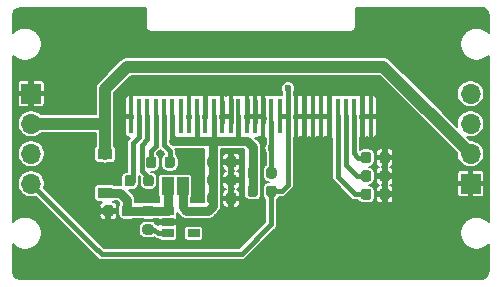
<source format=gbr>
%TF.GenerationSoftware,KiCad,Pcbnew,(5.1.6)-1*%
%TF.CreationDate,2020-09-30T17:33:36+08:00*%
%TF.ProjectId,Crenshaw,4372656e-7368-4617-972e-6b696361645f,rev?*%
%TF.SameCoordinates,Original*%
%TF.FileFunction,Copper,L1,Top*%
%TF.FilePolarity,Positive*%
%FSLAX46Y46*%
G04 Gerber Fmt 4.6, Leading zero omitted, Abs format (unit mm)*
G04 Created by KiCad (PCBNEW (5.1.6)-1) date 2020-09-30 17:33:36*
%MOMM*%
%LPD*%
G01*
G04 APERTURE LIST*
%TA.AperFunction,SMDPad,CuDef*%
%ADD10R,1.200000X0.900000*%
%TD*%
%TA.AperFunction,SMDPad,CuDef*%
%ADD11R,0.400000X3.000000*%
%TD*%
%TA.AperFunction,ComponentPad*%
%ADD12O,1.700000X1.700000*%
%TD*%
%TA.AperFunction,ComponentPad*%
%ADD13R,1.700000X1.700000*%
%TD*%
%TA.AperFunction,SMDPad,CuDef*%
%ADD14R,1.000000X1.500000*%
%TD*%
%TA.AperFunction,SMDPad,CuDef*%
%ADD15R,1.060000X0.650000*%
%TD*%
%TA.AperFunction,ViaPad*%
%ADD16C,0.600000*%
%TD*%
%TA.AperFunction,Conductor*%
%ADD17C,0.400000*%
%TD*%
%TA.AperFunction,Conductor*%
%ADD18C,0.450000*%
%TD*%
%TA.AperFunction,Conductor*%
%ADD19C,0.800000*%
%TD*%
%TA.AperFunction,Conductor*%
%ADD20C,1.000000*%
%TD*%
%TA.AperFunction,Conductor*%
%ADD21C,0.250000*%
%TD*%
%TA.AperFunction,Conductor*%
%ADD22C,0.200000*%
%TD*%
G04 APERTURE END LIST*
D10*
%TO.P,D1,1*%
%TO.N,VCC*%
X169650000Y-115850000D03*
%TO.P,D1,2*%
%TO.N,Net-(D1-Pad2)*%
X169650000Y-112550000D03*
%TD*%
D11*
%TO.P,P1,15*%
%TO.N,GND*%
X181650000Y-109350000D03*
%TO.P,P1,16*%
X182350000Y-109350000D03*
%TO.P,P1,1*%
X171850000Y-109350000D03*
%TO.P,P1,2*%
%TO.N,Net-(C1-Pad2)*%
X172550000Y-109350000D03*
%TO.P,P1,3*%
%TO.N,Net-(C1-Pad1)*%
X173250000Y-109350000D03*
%TO.P,P1,4*%
%TO.N,Net-(C3-Pad2)*%
X173950000Y-109350000D03*
%TO.P,P1,5*%
%TO.N,Net-(C3-Pad1)*%
X174650000Y-109350000D03*
%TO.P,P1,6*%
%TO.N,VDD*%
X175350000Y-109350000D03*
%TO.P,P1,7*%
%TO.N,Net-(P1-Pad7)*%
X176050000Y-109350000D03*
%TO.P,P1,8*%
%TO.N,GND*%
X176750000Y-109350000D03*
%TO.P,P1,9*%
%TO.N,VDD*%
X177450000Y-109350000D03*
%TO.P,P1,10*%
%TO.N,GND*%
X178150000Y-109350000D03*
%TO.P,P1,11*%
%TO.N,VDD*%
X178850000Y-109350000D03*
%TO.P,P1,12*%
%TO.N,GND*%
X179550000Y-109350000D03*
%TO.P,P1,13*%
X180300000Y-109350000D03*
%TO.P,P1,14*%
%TO.N,VDD*%
X180950000Y-109350000D03*
%TO.P,P1,17*%
%TO.N,GND*%
X183050000Y-109350000D03*
%TO.P,P1,18*%
%TO.N,SCL*%
X183750000Y-109350000D03*
%TO.P,P1,19*%
%TO.N,SDA*%
X184450000Y-109350000D03*
%TO.P,P1,20*%
X185150000Y-109350000D03*
%TO.P,P1,21*%
%TO.N,GND*%
X185850000Y-109350000D03*
%TO.P,P1,22*%
X186550000Y-109350000D03*
%TO.P,P1,23*%
X187250000Y-109350000D03*
%TO.P,P1,24*%
X187950000Y-109350000D03*
%TO.P,P1,25*%
X188650000Y-109350000D03*
%TO.P,P1,26*%
%TO.N,Net-(P1-Pad26)*%
X189350000Y-109350000D03*
%TO.P,P1,27*%
%TO.N,Net-(C2-Pad2)*%
X190050000Y-109350000D03*
%TO.P,P1,28*%
%TO.N,Net-(C4-Pad2)*%
X190750000Y-109350000D03*
%TO.P,P1,29*%
%TO.N,GND*%
X191450000Y-109350000D03*
%TO.P,P1,30*%
X192150000Y-109350000D03*
%TD*%
D12*
%TO.P,J2,4*%
%TO.N,SDA*%
X163400000Y-115060000D03*
%TO.P,J2,3*%
%TO.N,SCL*%
X163400000Y-112520000D03*
%TO.P,J2,2*%
%TO.N,Net-(D1-Pad2)*%
X163400000Y-109980000D03*
D13*
%TO.P,J2,1*%
%TO.N,GND*%
X163400000Y-107440000D03*
%TD*%
D12*
%TO.P,J3,4*%
%TO.N,SDA*%
X200600000Y-107440000D03*
%TO.P,J3,3*%
%TO.N,SCL*%
X200600000Y-109980000D03*
%TO.P,J3,2*%
%TO.N,Net-(D1-Pad2)*%
X200600000Y-112520000D03*
D13*
%TO.P,J3,1*%
%TO.N,GND*%
X200600000Y-115060000D03*
%TD*%
%TO.P,R4,1*%
%TO.N,VCC*%
%TA.AperFunction,SMDPad,CuDef*%
G36*
G01*
X173043750Y-116925000D02*
X173556250Y-116925000D01*
G75*
G02*
X173775000Y-117143750I0J-218750D01*
G01*
X173775000Y-117581250D01*
G75*
G02*
X173556250Y-117800000I-218750J0D01*
G01*
X173043750Y-117800000D01*
G75*
G02*
X172825000Y-117581250I0J218750D01*
G01*
X172825000Y-117143750D01*
G75*
G02*
X173043750Y-116925000I218750J0D01*
G01*
G37*
%TD.AperFunction*%
%TO.P,R4,2*%
%TO.N,Net-(R4-Pad2)*%
%TA.AperFunction,SMDPad,CuDef*%
G36*
G01*
X173043750Y-118500000D02*
X173556250Y-118500000D01*
G75*
G02*
X173775000Y-118718750I0J-218750D01*
G01*
X173775000Y-119156250D01*
G75*
G02*
X173556250Y-119375000I-218750J0D01*
G01*
X173043750Y-119375000D01*
G75*
G02*
X172825000Y-119156250I0J218750D01*
G01*
X172825000Y-118718750D01*
G75*
G02*
X173043750Y-118500000I218750J0D01*
G01*
G37*
%TD.AperFunction*%
%TD*%
%TO.P,R3,1*%
%TO.N,VDD*%
%TA.AperFunction,SMDPad,CuDef*%
G36*
G01*
X181724999Y-115956250D02*
X181724999Y-115443750D01*
G75*
G02*
X181943749Y-115225000I218750J0D01*
G01*
X182381249Y-115225000D01*
G75*
G02*
X182599999Y-115443750I0J-218750D01*
G01*
X182599999Y-115956250D01*
G75*
G02*
X182381249Y-116175000I-218750J0D01*
G01*
X181943749Y-116175000D01*
G75*
G02*
X181724999Y-115956250I0J218750D01*
G01*
G37*
%TD.AperFunction*%
%TO.P,R3,2*%
%TO.N,SDA*%
%TA.AperFunction,SMDPad,CuDef*%
G36*
G01*
X183299999Y-115956250D02*
X183299999Y-115443750D01*
G75*
G02*
X183518749Y-115225000I218750J0D01*
G01*
X183956249Y-115225000D01*
G75*
G02*
X184174999Y-115443750I0J-218750D01*
G01*
X184174999Y-115956250D01*
G75*
G02*
X183956249Y-116175000I-218750J0D01*
G01*
X183518749Y-116175000D01*
G75*
G02*
X183299999Y-115956250I0J218750D01*
G01*
G37*
%TD.AperFunction*%
%TD*%
%TO.P,R2,1*%
%TO.N,VDD*%
%TA.AperFunction,SMDPad,CuDef*%
G36*
G01*
X181725000Y-114406250D02*
X181725000Y-113893750D01*
G75*
G02*
X181943750Y-113675000I218750J0D01*
G01*
X182381250Y-113675000D01*
G75*
G02*
X182600000Y-113893750I0J-218750D01*
G01*
X182600000Y-114406250D01*
G75*
G02*
X182381250Y-114625000I-218750J0D01*
G01*
X181943750Y-114625000D01*
G75*
G02*
X181725000Y-114406250I0J218750D01*
G01*
G37*
%TD.AperFunction*%
%TO.P,R2,2*%
%TO.N,SCL*%
%TA.AperFunction,SMDPad,CuDef*%
G36*
G01*
X183300000Y-114406250D02*
X183300000Y-113893750D01*
G75*
G02*
X183518750Y-113675000I218750J0D01*
G01*
X183956250Y-113675000D01*
G75*
G02*
X184175000Y-113893750I0J-218750D01*
G01*
X184175000Y-114406250D01*
G75*
G02*
X183956250Y-114625000I-218750J0D01*
G01*
X183518750Y-114625000D01*
G75*
G02*
X183300000Y-114406250I0J218750D01*
G01*
G37*
%TD.AperFunction*%
%TD*%
%TO.P,R1,1*%
%TO.N,Net-(P1-Pad26)*%
%TA.AperFunction,SMDPad,CuDef*%
G36*
G01*
X191325000Y-116206250D02*
X191325000Y-115693750D01*
G75*
G02*
X191543750Y-115475000I218750J0D01*
G01*
X191981250Y-115475000D01*
G75*
G02*
X192200000Y-115693750I0J-218750D01*
G01*
X192200000Y-116206250D01*
G75*
G02*
X191981250Y-116425000I-218750J0D01*
G01*
X191543750Y-116425000D01*
G75*
G02*
X191325000Y-116206250I0J218750D01*
G01*
G37*
%TD.AperFunction*%
%TO.P,R1,2*%
%TO.N,GND*%
%TA.AperFunction,SMDPad,CuDef*%
G36*
G01*
X192900000Y-116206250D02*
X192900000Y-115693750D01*
G75*
G02*
X193118750Y-115475000I218750J0D01*
G01*
X193556250Y-115475000D01*
G75*
G02*
X193775000Y-115693750I0J-218750D01*
G01*
X193775000Y-116206250D01*
G75*
G02*
X193556250Y-116425000I-218750J0D01*
G01*
X193118750Y-116425000D01*
G75*
G02*
X192900000Y-116206250I0J218750D01*
G01*
G37*
%TD.AperFunction*%
%TD*%
%TO.P,C8,1*%
%TO.N,VDD*%
%TA.AperFunction,SMDPad,CuDef*%
G36*
G01*
X178325000Y-116556250D02*
X178325000Y-116043750D01*
G75*
G02*
X178543750Y-115825000I218750J0D01*
G01*
X178981250Y-115825000D01*
G75*
G02*
X179200000Y-116043750I0J-218750D01*
G01*
X179200000Y-116556250D01*
G75*
G02*
X178981250Y-116775000I-218750J0D01*
G01*
X178543750Y-116775000D01*
G75*
G02*
X178325000Y-116556250I0J218750D01*
G01*
G37*
%TD.AperFunction*%
%TO.P,C8,2*%
%TO.N,GND*%
%TA.AperFunction,SMDPad,CuDef*%
G36*
G01*
X179900000Y-116556250D02*
X179900000Y-116043750D01*
G75*
G02*
X180118750Y-115825000I218750J0D01*
G01*
X180556250Y-115825000D01*
G75*
G02*
X180775000Y-116043750I0J-218750D01*
G01*
X180775000Y-116556250D01*
G75*
G02*
X180556250Y-116775000I-218750J0D01*
G01*
X180118750Y-116775000D01*
G75*
G02*
X179900000Y-116556250I0J218750D01*
G01*
G37*
%TD.AperFunction*%
%TD*%
%TO.P,C7,1*%
%TO.N,VCC*%
%TA.AperFunction,SMDPad,CuDef*%
G36*
G01*
X171937500Y-117093750D02*
X171937500Y-117606250D01*
G75*
G02*
X171718750Y-117825000I-218750J0D01*
G01*
X171281250Y-117825000D01*
G75*
G02*
X171062500Y-117606250I0J218750D01*
G01*
X171062500Y-117093750D01*
G75*
G02*
X171281250Y-116875000I218750J0D01*
G01*
X171718750Y-116875000D01*
G75*
G02*
X171937500Y-117093750I0J-218750D01*
G01*
G37*
%TD.AperFunction*%
%TO.P,C7,2*%
%TO.N,GND*%
%TA.AperFunction,SMDPad,CuDef*%
G36*
G01*
X170362500Y-117093750D02*
X170362500Y-117606250D01*
G75*
G02*
X170143750Y-117825000I-218750J0D01*
G01*
X169706250Y-117825000D01*
G75*
G02*
X169487500Y-117606250I0J218750D01*
G01*
X169487500Y-117093750D01*
G75*
G02*
X169706250Y-116875000I218750J0D01*
G01*
X170143750Y-116875000D01*
G75*
G02*
X170362500Y-117093750I0J-218750D01*
G01*
G37*
%TD.AperFunction*%
%TD*%
%TO.P,C6,1*%
%TO.N,VDD*%
%TA.AperFunction,SMDPad,CuDef*%
G36*
G01*
X178324999Y-115006248D02*
X178324999Y-114493748D01*
G75*
G02*
X178543749Y-114274998I218750J0D01*
G01*
X178981249Y-114274998D01*
G75*
G02*
X179199999Y-114493748I0J-218750D01*
G01*
X179199999Y-115006248D01*
G75*
G02*
X178981249Y-115224998I-218750J0D01*
G01*
X178543749Y-115224998D01*
G75*
G02*
X178324999Y-115006248I0J218750D01*
G01*
G37*
%TD.AperFunction*%
%TO.P,C6,2*%
%TO.N,GND*%
%TA.AperFunction,SMDPad,CuDef*%
G36*
G01*
X179899999Y-115006248D02*
X179899999Y-114493748D01*
G75*
G02*
X180118749Y-114274998I218750J0D01*
G01*
X180556249Y-114274998D01*
G75*
G02*
X180774999Y-114493748I0J-218750D01*
G01*
X180774999Y-115006248D01*
G75*
G02*
X180556249Y-115224998I-218750J0D01*
G01*
X180118749Y-115224998D01*
G75*
G02*
X179899999Y-115006248I0J218750D01*
G01*
G37*
%TD.AperFunction*%
%TD*%
%TO.P,C5,1*%
%TO.N,VDD*%
%TA.AperFunction,SMDPad,CuDef*%
G36*
G01*
X178325001Y-113456249D02*
X178325001Y-112943749D01*
G75*
G02*
X178543751Y-112724999I218750J0D01*
G01*
X178981251Y-112724999D01*
G75*
G02*
X179200001Y-112943749I0J-218750D01*
G01*
X179200001Y-113456249D01*
G75*
G02*
X178981251Y-113674999I-218750J0D01*
G01*
X178543751Y-113674999D01*
G75*
G02*
X178325001Y-113456249I0J218750D01*
G01*
G37*
%TD.AperFunction*%
%TO.P,C5,2*%
%TO.N,GND*%
%TA.AperFunction,SMDPad,CuDef*%
G36*
G01*
X179900001Y-113456249D02*
X179900001Y-112943749D01*
G75*
G02*
X180118751Y-112724999I218750J0D01*
G01*
X180556251Y-112724999D01*
G75*
G02*
X180775001Y-112943749I0J-218750D01*
G01*
X180775001Y-113456249D01*
G75*
G02*
X180556251Y-113674999I-218750J0D01*
G01*
X180118751Y-113674999D01*
G75*
G02*
X179900001Y-113456249I0J218750D01*
G01*
G37*
%TD.AperFunction*%
%TD*%
%TO.P,C4,1*%
%TO.N,GND*%
%TA.AperFunction,SMDPad,CuDef*%
G36*
G01*
X193775001Y-112593751D02*
X193775001Y-113106251D01*
G75*
G02*
X193556251Y-113325001I-218750J0D01*
G01*
X193118751Y-113325001D01*
G75*
G02*
X192900001Y-113106251I0J218750D01*
G01*
X192900001Y-112593751D01*
G75*
G02*
X193118751Y-112375001I218750J0D01*
G01*
X193556251Y-112375001D01*
G75*
G02*
X193775001Y-112593751I0J-218750D01*
G01*
G37*
%TD.AperFunction*%
%TO.P,C4,2*%
%TO.N,Net-(C4-Pad2)*%
%TA.AperFunction,SMDPad,CuDef*%
G36*
G01*
X192200001Y-112593751D02*
X192200001Y-113106251D01*
G75*
G02*
X191981251Y-113325001I-218750J0D01*
G01*
X191543751Y-113325001D01*
G75*
G02*
X191325001Y-113106251I0J218750D01*
G01*
X191325001Y-112593751D01*
G75*
G02*
X191543751Y-112375001I218750J0D01*
G01*
X191981251Y-112375001D01*
G75*
G02*
X192200001Y-112593751I0J-218750D01*
G01*
G37*
%TD.AperFunction*%
%TD*%
%TO.P,C3,1*%
%TO.N,Net-(C3-Pad1)*%
%TA.AperFunction,SMDPad,CuDef*%
G36*
G01*
X175575000Y-112993750D02*
X175575000Y-113506250D01*
G75*
G02*
X175356250Y-113725000I-218750J0D01*
G01*
X174918750Y-113725000D01*
G75*
G02*
X174700000Y-113506250I0J218750D01*
G01*
X174700000Y-112993750D01*
G75*
G02*
X174918750Y-112775000I218750J0D01*
G01*
X175356250Y-112775000D01*
G75*
G02*
X175575000Y-112993750I0J-218750D01*
G01*
G37*
%TD.AperFunction*%
%TO.P,C3,2*%
%TO.N,Net-(C3-Pad2)*%
%TA.AperFunction,SMDPad,CuDef*%
G36*
G01*
X174000000Y-112993750D02*
X174000000Y-113506250D01*
G75*
G02*
X173781250Y-113725000I-218750J0D01*
G01*
X173343750Y-113725000D01*
G75*
G02*
X173125000Y-113506250I0J218750D01*
G01*
X173125000Y-112993750D01*
G75*
G02*
X173343750Y-112775000I218750J0D01*
G01*
X173781250Y-112775000D01*
G75*
G02*
X174000000Y-112993750I0J-218750D01*
G01*
G37*
%TD.AperFunction*%
%TD*%
%TO.P,C2,1*%
%TO.N,GND*%
%TA.AperFunction,SMDPad,CuDef*%
G36*
G01*
X193775001Y-114143750D02*
X193775001Y-114656250D01*
G75*
G02*
X193556251Y-114875000I-218750J0D01*
G01*
X193118751Y-114875000D01*
G75*
G02*
X192900001Y-114656250I0J218750D01*
G01*
X192900001Y-114143750D01*
G75*
G02*
X193118751Y-113925000I218750J0D01*
G01*
X193556251Y-113925000D01*
G75*
G02*
X193775001Y-114143750I0J-218750D01*
G01*
G37*
%TD.AperFunction*%
%TO.P,C2,2*%
%TO.N,Net-(C2-Pad2)*%
%TA.AperFunction,SMDPad,CuDef*%
G36*
G01*
X192200001Y-114143750D02*
X192200001Y-114656250D01*
G75*
G02*
X191981251Y-114875000I-218750J0D01*
G01*
X191543751Y-114875000D01*
G75*
G02*
X191325001Y-114656250I0J218750D01*
G01*
X191325001Y-114143750D01*
G75*
G02*
X191543751Y-113925000I218750J0D01*
G01*
X191981251Y-113925000D01*
G75*
G02*
X192200001Y-114143750I0J-218750D01*
G01*
G37*
%TD.AperFunction*%
%TD*%
%TO.P,C1,1*%
%TO.N,Net-(C1-Pad1)*%
%TA.AperFunction,SMDPad,CuDef*%
G36*
G01*
X173775000Y-114543750D02*
X173775000Y-115056250D01*
G75*
G02*
X173556250Y-115275000I-218750J0D01*
G01*
X173118750Y-115275000D01*
G75*
G02*
X172900000Y-115056250I0J218750D01*
G01*
X172900000Y-114543750D01*
G75*
G02*
X173118750Y-114325000I218750J0D01*
G01*
X173556250Y-114325000D01*
G75*
G02*
X173775000Y-114543750I0J-218750D01*
G01*
G37*
%TD.AperFunction*%
%TO.P,C1,2*%
%TO.N,Net-(C1-Pad2)*%
%TA.AperFunction,SMDPad,CuDef*%
G36*
G01*
X172200000Y-114543750D02*
X172200000Y-115056250D01*
G75*
G02*
X171981250Y-115275000I-218750J0D01*
G01*
X171543750Y-115275000D01*
G75*
G02*
X171325000Y-115056250I0J218750D01*
G01*
X171325000Y-114543750D01*
G75*
G02*
X171543750Y-114325000I218750J0D01*
G01*
X171981250Y-114325000D01*
G75*
G02*
X172200000Y-114543750I0J-218750D01*
G01*
G37*
%TD.AperFunction*%
%TD*%
D14*
%TO.P,J1,2*%
%TO.N,VDD*%
X176250000Y-115250000D03*
%TO.P,J1,1*%
%TO.N,VCC*%
X174950000Y-115250000D03*
%TD*%
D15*
%TO.P,U1,1*%
%TO.N,VCC*%
X174950000Y-117350000D03*
%TO.P,U1,2*%
%TO.N,GND*%
X174950000Y-118300000D03*
%TO.P,U1,3*%
%TO.N,Net-(R4-Pad2)*%
X174950000Y-119250000D03*
%TO.P,U1,4*%
%TO.N,Net-(U1-Pad4)*%
X177150000Y-119250000D03*
%TO.P,U1,5*%
%TO.N,VDD*%
X177150000Y-117350000D03*
%TD*%
D16*
%TO.N,GND*%
X196100000Y-104150000D03*
X167650000Y-107600000D03*
X165950000Y-102000000D03*
X165200000Y-120200000D03*
X188350000Y-115050000D03*
X197150000Y-113750000D03*
X184300000Y-121900000D03*
X198700000Y-120600000D03*
X198600000Y-101750000D03*
X180950000Y-102800000D03*
X188850000Y-119600000D03*
X191900000Y-121000000D03*
X169450000Y-121700000D03*
X171000000Y-101850000D03*
X187550000Y-103000000D03*
X176900000Y-113300000D03*
X167250000Y-113800000D03*
X177750000Y-106600000D03*
X189900000Y-106550000D03*
X172900000Y-106750000D03*
X194250000Y-108750000D03*
X186000000Y-118250000D03*
X180350000Y-118750000D03*
X177050000Y-122350000D03*
X192300000Y-101550000D03*
X195900000Y-117450000D03*
%TO.N,SDA*%
X185150000Y-106970000D03*
%TO.N,SCL*%
X183750000Y-112050000D03*
%TD*%
D17*
%TO.N,GND*%
X183050000Y-109850000D02*
X183050000Y-109550000D01*
X183050000Y-109550000D02*
X183079999Y-109520001D01*
X181650000Y-109850000D02*
X181650000Y-107950000D01*
X182350000Y-109850000D02*
X182350000Y-108050000D01*
X174950000Y-118300000D02*
X174900000Y-118300000D01*
X183050000Y-109850000D02*
X183050000Y-107850000D01*
X180300000Y-109850000D02*
X180300000Y-108000000D01*
X179550000Y-109850000D02*
X179550000Y-108150000D01*
%TO.N,Net-(C1-Pad1)*%
X172754990Y-111749874D02*
X173250000Y-111254864D01*
X173575000Y-114800000D02*
X172754990Y-113979990D01*
X172754990Y-113979990D02*
X172754990Y-111749874D01*
X173250000Y-111254864D02*
X173250000Y-109350000D01*
%TO.N,Net-(C3-Pad1)*%
X174650000Y-111762500D02*
X175137500Y-112250000D01*
X175137500Y-112250000D02*
X175137500Y-113250000D01*
X174650000Y-111762500D02*
X174650000Y-109350000D01*
%TO.N,Net-(C3-Pad2)*%
X173562500Y-112250000D02*
X173562500Y-113250000D01*
X173950000Y-109350000D02*
X173950000Y-111862500D01*
X173950000Y-111862500D02*
X173562500Y-112250000D01*
%TO.N,Net-(C4-Pad2)*%
X190750000Y-109350000D02*
X190750000Y-112500000D01*
X191100001Y-112850001D02*
X191762501Y-112850001D01*
X190750000Y-112500000D02*
X191100001Y-112850001D01*
D18*
%TO.N,VDD*%
X178712500Y-113200000D02*
X178712501Y-113199999D01*
D19*
X177150000Y-117350000D02*
X178400000Y-117350000D01*
X178762500Y-116987500D02*
X178762500Y-116300000D01*
X178400000Y-117350000D02*
X178762500Y-116987500D01*
X178762500Y-113200000D02*
X178762501Y-113199999D01*
X178762500Y-116300000D02*
X178762500Y-113200000D01*
X182162499Y-114150001D02*
X182162500Y-114150000D01*
X182162499Y-115700000D02*
X182162499Y-114150001D01*
X176250000Y-115250000D02*
X176250000Y-117050000D01*
X176550000Y-117350000D02*
X177150000Y-117350000D01*
X176250000Y-117050000D02*
X176550000Y-117350000D01*
X182162500Y-111912500D02*
X181670001Y-111420001D01*
X182162500Y-114150000D02*
X182162500Y-111912500D01*
X175470001Y-111420001D02*
X175420010Y-111420001D01*
D17*
X175753999Y-111420001D02*
X175350000Y-111016002D01*
X175970001Y-111420001D02*
X175753999Y-111420001D01*
D19*
X175970001Y-111420001D02*
X175470001Y-111420001D01*
D17*
X175350000Y-111016002D02*
X175350000Y-109350000D01*
X177450000Y-111290002D02*
X177320001Y-111420001D01*
X177450000Y-109350000D02*
X177450000Y-111290002D01*
D19*
X177320001Y-111420001D02*
X175970001Y-111420001D01*
D17*
X178850000Y-111340002D02*
X178929999Y-111420001D01*
X178850000Y-109350000D02*
X178850000Y-111340002D01*
D19*
X178929999Y-111420001D02*
X177320001Y-111420001D01*
D17*
X180950000Y-111340002D02*
X180870001Y-111420001D01*
X180950000Y-109350000D02*
X180950000Y-111340002D01*
D19*
X181670001Y-111420001D02*
X180870001Y-111420001D01*
X180870001Y-111420001D02*
X178929999Y-111420001D01*
X178762501Y-111587499D02*
X178929999Y-111420001D01*
X178762501Y-113199999D02*
X178762501Y-111587499D01*
D17*
%TO.N,Net-(C1-Pad2)*%
X172550000Y-111099951D02*
X172550000Y-109350000D01*
X172000000Y-114800000D02*
X172000000Y-111649951D01*
X172000000Y-111649951D02*
X172550000Y-111099951D01*
%TO.N,Net-(C2-Pad2)*%
X190050000Y-109350000D02*
X190050000Y-113450000D01*
X191000000Y-114400000D02*
X191762501Y-114400000D01*
X190050000Y-113450000D02*
X191000000Y-114400000D01*
D19*
%TO.N,VCC*%
X169650000Y-115850000D02*
X170950000Y-115850000D01*
X170950000Y-115850000D02*
X171500000Y-116400000D01*
X174950000Y-117350000D02*
X174950000Y-115250000D01*
X171500000Y-116400000D02*
X171500000Y-117350000D01*
X171500000Y-117350000D02*
X174950000Y-117350000D01*
D20*
%TO.N,Net-(D1-Pad2)*%
X169650000Y-107050000D02*
X171550000Y-105150000D01*
X193230000Y-105150000D02*
X200600000Y-112520000D01*
X171550000Y-105150000D02*
X193230000Y-105150000D01*
X163400000Y-109980000D02*
X169580000Y-109980000D01*
X169650000Y-107050000D02*
X169650000Y-110050000D01*
X169580000Y-109980000D02*
X169650000Y-110050000D01*
X169650000Y-110050000D02*
X169650000Y-112550000D01*
D17*
%TO.N,SDA*%
X185150000Y-109350000D02*
X184450000Y-109350000D01*
X185150000Y-109350000D02*
X185150000Y-115150000D01*
X184600000Y-115700000D02*
X183737499Y-115700000D01*
X185150000Y-115150000D02*
X184600000Y-115700000D01*
X163400000Y-115060000D02*
X168669199Y-120329199D01*
X185150000Y-106970000D02*
X185150000Y-109350000D01*
X183737499Y-115700000D02*
X183737499Y-118512501D01*
X169369999Y-121029999D02*
X168669199Y-120329199D01*
X181220001Y-121029999D02*
X169369999Y-121029999D01*
X183737499Y-118512501D02*
X181220001Y-121029999D01*
D21*
%TO.N,SCL*%
X183700000Y-109900000D02*
X183750000Y-109850000D01*
D17*
X183750000Y-114137500D02*
X183737500Y-114150000D01*
X183750000Y-109850000D02*
X183750000Y-112050000D01*
X183750000Y-112050000D02*
X183750000Y-114137500D01*
%TO.N,Net-(P1-Pad26)*%
X189350000Y-109350000D02*
X189350000Y-114500000D01*
X190800000Y-115950000D02*
X191762500Y-115950000D01*
X189350000Y-114500000D02*
X190800000Y-115950000D01*
%TO.N,Net-(R4-Pad2)*%
X173300000Y-118937500D02*
X173837500Y-118937500D01*
X174150000Y-119250000D02*
X174950000Y-119250000D01*
X173837500Y-118937500D02*
X174150000Y-119250000D01*
%TD*%
D22*
%TO.N,GND*%
G36*
X173125000Y-101781581D02*
G01*
X173123186Y-101800000D01*
X173130426Y-101873513D01*
X173151869Y-101944200D01*
X173186691Y-102009347D01*
X173233552Y-102066448D01*
X173290653Y-102113309D01*
X173355800Y-102148131D01*
X173426487Y-102169574D01*
X173500000Y-102176814D01*
X173518419Y-102175000D01*
X190481581Y-102175000D01*
X190500000Y-102176814D01*
X190573513Y-102169574D01*
X190644200Y-102148131D01*
X190709347Y-102113309D01*
X190766448Y-102066448D01*
X190813309Y-102009347D01*
X190848131Y-101944200D01*
X190869574Y-101873513D01*
X190875000Y-101818419D01*
X190875000Y-101818418D01*
X190876814Y-101800000D01*
X190875000Y-101781581D01*
X190875000Y-100175000D01*
X201481662Y-100175000D01*
X201621045Y-100188667D01*
X201737483Y-100223821D01*
X201844876Y-100280923D01*
X201939128Y-100357793D01*
X202016657Y-100451508D01*
X202074507Y-100558501D01*
X202110472Y-100674688D01*
X202125000Y-100812904D01*
X202125000Y-102295099D01*
X201992448Y-102162547D01*
X201763149Y-102009334D01*
X201508365Y-101903799D01*
X201237888Y-101849998D01*
X200962112Y-101849998D01*
X200691635Y-101903799D01*
X200436851Y-102009334D01*
X200207552Y-102162547D01*
X200012549Y-102357550D01*
X199859336Y-102586849D01*
X199753801Y-102841633D01*
X199700000Y-103112110D01*
X199700000Y-103387886D01*
X199753801Y-103658363D01*
X199859336Y-103913147D01*
X200012549Y-104142446D01*
X200207552Y-104337449D01*
X200436851Y-104490662D01*
X200691635Y-104596197D01*
X200962112Y-104649998D01*
X201237888Y-104649998D01*
X201508365Y-104596197D01*
X201763149Y-104490662D01*
X201992448Y-104337449D01*
X202125000Y-104204897D01*
X202125001Y-118295104D01*
X201992448Y-118162551D01*
X201763149Y-118009338D01*
X201508365Y-117903803D01*
X201237888Y-117850002D01*
X200962112Y-117850002D01*
X200691635Y-117903803D01*
X200436851Y-118009338D01*
X200207552Y-118162551D01*
X200012549Y-118357554D01*
X199859336Y-118586853D01*
X199753801Y-118841637D01*
X199700000Y-119112114D01*
X199700000Y-119387890D01*
X199753801Y-119658367D01*
X199859336Y-119913151D01*
X200012549Y-120142450D01*
X200207552Y-120337453D01*
X200436851Y-120490666D01*
X200691635Y-120596201D01*
X200962112Y-120650002D01*
X201237888Y-120650002D01*
X201508365Y-120596201D01*
X201763149Y-120490666D01*
X201992448Y-120337453D01*
X202125001Y-120204900D01*
X202125001Y-122481652D01*
X202111333Y-122621044D01*
X202076178Y-122737485D01*
X202019077Y-122844876D01*
X201942207Y-122939128D01*
X201848488Y-123016659D01*
X201741498Y-123074508D01*
X201625316Y-123110472D01*
X201487096Y-123125000D01*
X162518337Y-123125000D01*
X162378956Y-123111333D01*
X162262515Y-123076178D01*
X162155124Y-123019077D01*
X162060872Y-122942207D01*
X161983341Y-122848488D01*
X161925492Y-122741498D01*
X161889528Y-122625316D01*
X161875000Y-122487096D01*
X161875000Y-120204899D01*
X162007553Y-120337452D01*
X162236852Y-120490665D01*
X162491636Y-120596200D01*
X162762113Y-120650001D01*
X163037889Y-120650001D01*
X163308366Y-120596200D01*
X163563150Y-120490665D01*
X163792449Y-120337452D01*
X163987452Y-120142449D01*
X164140665Y-119913150D01*
X164246200Y-119658366D01*
X164300001Y-119387889D01*
X164300001Y-119112113D01*
X164246200Y-118841636D01*
X164140665Y-118586852D01*
X163987452Y-118357553D01*
X163792449Y-118162550D01*
X163563150Y-118009337D01*
X163308366Y-117903802D01*
X163037889Y-117850001D01*
X162762113Y-117850001D01*
X162491636Y-117903802D01*
X162236852Y-118009337D01*
X162007553Y-118162550D01*
X161875000Y-118295103D01*
X161875000Y-114946735D01*
X162250000Y-114946735D01*
X162250000Y-115173265D01*
X162294194Y-115395443D01*
X162380884Y-115604729D01*
X162506737Y-115793082D01*
X162666918Y-115953263D01*
X162855271Y-116079116D01*
X163064557Y-116165806D01*
X163286735Y-116210000D01*
X163513265Y-116210000D01*
X163735443Y-116165806D01*
X163780173Y-116147278D01*
X168333012Y-120700119D01*
X168333023Y-120700128D01*
X168999079Y-121366186D01*
X169014735Y-121385263D01*
X169090870Y-121447745D01*
X169177732Y-121494174D01*
X169271982Y-121522764D01*
X169369999Y-121532418D01*
X169394559Y-121529999D01*
X181195441Y-121529999D01*
X181220001Y-121532418D01*
X181244561Y-121529999D01*
X181318018Y-121522764D01*
X181412268Y-121494174D01*
X181499130Y-121447745D01*
X181575265Y-121385263D01*
X181590930Y-121366175D01*
X184073686Y-118883421D01*
X184092763Y-118867765D01*
X184155245Y-118791630D01*
X184201674Y-118704768D01*
X184230264Y-118610518D01*
X184237499Y-118537061D01*
X184239918Y-118512501D01*
X184237499Y-118487941D01*
X184237499Y-116392928D01*
X184245257Y-116388781D01*
X184324087Y-116324088D01*
X184388780Y-116245258D01*
X184412971Y-116200000D01*
X184575440Y-116200000D01*
X184600000Y-116202419D01*
X184624560Y-116200000D01*
X184698017Y-116192765D01*
X184792267Y-116164175D01*
X184879129Y-116117746D01*
X184955264Y-116055264D01*
X184970929Y-116036177D01*
X185486186Y-115520921D01*
X185505264Y-115505264D01*
X185567746Y-115429129D01*
X185614175Y-115342267D01*
X185642765Y-115248017D01*
X185650000Y-115174560D01*
X185650000Y-115174551D01*
X185652418Y-115150001D01*
X185650000Y-115125451D01*
X185650000Y-111151452D01*
X185675000Y-111150000D01*
X185750000Y-111075000D01*
X185750000Y-109500000D01*
X185950000Y-109500000D01*
X185950000Y-111075000D01*
X186025000Y-111150000D01*
X186050000Y-111151452D01*
X186108810Y-111145660D01*
X186165361Y-111128505D01*
X186200000Y-111109990D01*
X186234639Y-111128505D01*
X186291190Y-111145660D01*
X186350000Y-111151452D01*
X186375000Y-111150000D01*
X186450000Y-111075000D01*
X186450000Y-109500000D01*
X186650000Y-109500000D01*
X186650000Y-111075000D01*
X186725000Y-111150000D01*
X186750000Y-111151452D01*
X186808810Y-111145660D01*
X186865361Y-111128505D01*
X186900000Y-111109990D01*
X186934639Y-111128505D01*
X186991190Y-111145660D01*
X187050000Y-111151452D01*
X187075000Y-111150000D01*
X187150000Y-111075000D01*
X187150000Y-109500000D01*
X187350000Y-109500000D01*
X187350000Y-111075000D01*
X187425000Y-111150000D01*
X187450000Y-111151452D01*
X187508810Y-111145660D01*
X187565361Y-111128505D01*
X187600000Y-111109990D01*
X187634639Y-111128505D01*
X187691190Y-111145660D01*
X187750000Y-111151452D01*
X187775000Y-111150000D01*
X187850000Y-111075000D01*
X187850000Y-109500000D01*
X188050000Y-109500000D01*
X188050000Y-111075000D01*
X188125000Y-111150000D01*
X188150000Y-111151452D01*
X188208810Y-111145660D01*
X188265361Y-111128505D01*
X188300000Y-111109990D01*
X188334639Y-111128505D01*
X188391190Y-111145660D01*
X188450000Y-111151452D01*
X188475000Y-111150000D01*
X188550000Y-111075000D01*
X188550000Y-109500000D01*
X188050000Y-109500000D01*
X187850000Y-109500000D01*
X187350000Y-109500000D01*
X187150000Y-109500000D01*
X186650000Y-109500000D01*
X186450000Y-109500000D01*
X185950000Y-109500000D01*
X185750000Y-109500000D01*
X185680000Y-109500000D01*
X185680000Y-109200000D01*
X185750000Y-109200000D01*
X185750000Y-107625000D01*
X185950000Y-107625000D01*
X185950000Y-109200000D01*
X186450000Y-109200000D01*
X186450000Y-107625000D01*
X186650000Y-107625000D01*
X186650000Y-109200000D01*
X187150000Y-109200000D01*
X187150000Y-107625000D01*
X187350000Y-107625000D01*
X187350000Y-109200000D01*
X187850000Y-109200000D01*
X187850000Y-107625000D01*
X188050000Y-107625000D01*
X188050000Y-109200000D01*
X188550000Y-109200000D01*
X188550000Y-107625000D01*
X188750000Y-107625000D01*
X188750000Y-109200000D01*
X188820000Y-109200000D01*
X188820000Y-109500000D01*
X188750000Y-109500000D01*
X188750000Y-111075000D01*
X188825000Y-111150000D01*
X188850000Y-111151452D01*
X188850001Y-114475430D01*
X188847581Y-114500000D01*
X188857235Y-114598017D01*
X188878857Y-114669293D01*
X188885826Y-114692267D01*
X188932255Y-114779129D01*
X188994737Y-114855264D01*
X189013819Y-114870924D01*
X190429080Y-116286187D01*
X190444736Y-116305264D01*
X190520871Y-116367746D01*
X190607733Y-116414175D01*
X190701983Y-116442765D01*
X190800000Y-116452419D01*
X190824560Y-116450000D01*
X191087028Y-116450000D01*
X191111219Y-116495258D01*
X191175912Y-116574088D01*
X191254742Y-116638781D01*
X191344678Y-116686853D01*
X191442264Y-116716455D01*
X191543750Y-116726451D01*
X191981250Y-116726451D01*
X192082736Y-116716455D01*
X192180322Y-116686853D01*
X192270258Y-116638781D01*
X192349088Y-116574088D01*
X192413781Y-116495258D01*
X192451334Y-116425000D01*
X192598548Y-116425000D01*
X192604340Y-116483810D01*
X192621495Y-116540361D01*
X192649352Y-116592478D01*
X192686841Y-116638159D01*
X192732522Y-116675648D01*
X192784639Y-116703505D01*
X192841190Y-116720660D01*
X192900000Y-116726452D01*
X193112500Y-116725000D01*
X193187500Y-116650000D01*
X193187500Y-116100000D01*
X193487500Y-116100000D01*
X193487500Y-116650000D01*
X193562500Y-116725000D01*
X193775000Y-116726452D01*
X193833810Y-116720660D01*
X193890361Y-116703505D01*
X193942478Y-116675648D01*
X193988159Y-116638159D01*
X194025648Y-116592478D01*
X194053505Y-116540361D01*
X194070660Y-116483810D01*
X194076452Y-116425000D01*
X194075000Y-116175000D01*
X194000000Y-116100000D01*
X193487500Y-116100000D01*
X193187500Y-116100000D01*
X192675000Y-116100000D01*
X192600000Y-116175000D01*
X192598548Y-116425000D01*
X192451334Y-116425000D01*
X192461853Y-116405322D01*
X192491455Y-116307736D01*
X192501451Y-116206250D01*
X192501451Y-115910000D01*
X199448548Y-115910000D01*
X199454340Y-115968810D01*
X199471495Y-116025361D01*
X199499352Y-116077478D01*
X199536841Y-116123159D01*
X199582522Y-116160648D01*
X199634639Y-116188505D01*
X199691190Y-116205660D01*
X199750000Y-116211452D01*
X200375000Y-116210000D01*
X200450000Y-116135000D01*
X200450000Y-115210000D01*
X200750000Y-115210000D01*
X200750000Y-116135000D01*
X200825000Y-116210000D01*
X201450000Y-116211452D01*
X201508810Y-116205660D01*
X201565361Y-116188505D01*
X201617478Y-116160648D01*
X201663159Y-116123159D01*
X201700648Y-116077478D01*
X201728505Y-116025361D01*
X201745660Y-115968810D01*
X201751452Y-115910000D01*
X201750000Y-115285000D01*
X201675000Y-115210000D01*
X200750000Y-115210000D01*
X200450000Y-115210000D01*
X199525000Y-115210000D01*
X199450000Y-115285000D01*
X199448548Y-115910000D01*
X192501451Y-115910000D01*
X192501451Y-115693750D01*
X192491455Y-115592264D01*
X192461853Y-115494678D01*
X192451335Y-115475000D01*
X192598548Y-115475000D01*
X192600000Y-115725000D01*
X192675000Y-115800000D01*
X193187500Y-115800000D01*
X193187500Y-115250000D01*
X193487500Y-115250000D01*
X193487500Y-115800000D01*
X194000000Y-115800000D01*
X194075000Y-115725000D01*
X194076452Y-115475000D01*
X194070660Y-115416190D01*
X194053505Y-115359639D01*
X194025648Y-115307522D01*
X193988159Y-115261841D01*
X193942478Y-115224352D01*
X193890361Y-115196495D01*
X193833810Y-115179340D01*
X193789744Y-115175000D01*
X193833811Y-115170660D01*
X193890362Y-115153505D01*
X193942479Y-115125648D01*
X193988160Y-115088159D01*
X194025649Y-115042478D01*
X194053506Y-114990361D01*
X194070661Y-114933810D01*
X194076453Y-114875000D01*
X194075001Y-114625000D01*
X194000001Y-114550000D01*
X193487501Y-114550000D01*
X193487501Y-115100000D01*
X193562501Y-115175000D01*
X193562500Y-115175000D01*
X193487500Y-115250000D01*
X193187500Y-115250000D01*
X193112500Y-115175000D01*
X193112501Y-115175000D01*
X193187501Y-115100000D01*
X193187501Y-114550000D01*
X192675001Y-114550000D01*
X192600001Y-114625000D01*
X192598549Y-114875000D01*
X192604341Y-114933810D01*
X192621496Y-114990361D01*
X192649353Y-115042478D01*
X192686842Y-115088159D01*
X192732523Y-115125648D01*
X192784640Y-115153505D01*
X192841191Y-115170660D01*
X192885257Y-115175000D01*
X192841190Y-115179340D01*
X192784639Y-115196495D01*
X192732522Y-115224352D01*
X192686841Y-115261841D01*
X192649352Y-115307522D01*
X192621495Y-115359639D01*
X192604340Y-115416190D01*
X192598548Y-115475000D01*
X192451335Y-115475000D01*
X192413781Y-115404742D01*
X192349088Y-115325912D01*
X192270258Y-115261219D01*
X192180322Y-115213147D01*
X192082736Y-115183545D01*
X191995982Y-115175000D01*
X192082737Y-115166455D01*
X192180323Y-115136853D01*
X192270259Y-115088781D01*
X192349089Y-115024088D01*
X192413782Y-114945258D01*
X192461854Y-114855322D01*
X192491456Y-114757736D01*
X192501452Y-114656250D01*
X192501452Y-114143750D01*
X192491456Y-114042264D01*
X192461854Y-113944678D01*
X192413782Y-113854742D01*
X192349089Y-113775912D01*
X192270259Y-113711219D01*
X192180323Y-113663147D01*
X192082737Y-113633545D01*
X191995988Y-113625000D01*
X192082737Y-113616456D01*
X192180323Y-113586854D01*
X192270259Y-113538782D01*
X192349089Y-113474089D01*
X192413782Y-113395259D01*
X192451335Y-113325001D01*
X192598549Y-113325001D01*
X192604341Y-113383811D01*
X192621496Y-113440362D01*
X192649353Y-113492479D01*
X192686842Y-113538160D01*
X192732523Y-113575649D01*
X192784640Y-113603506D01*
X192841191Y-113620661D01*
X192885253Y-113625001D01*
X192841191Y-113629340D01*
X192784640Y-113646495D01*
X192732523Y-113674352D01*
X192686842Y-113711841D01*
X192649353Y-113757522D01*
X192621496Y-113809639D01*
X192604341Y-113866190D01*
X192598549Y-113925000D01*
X192600001Y-114175000D01*
X192675001Y-114250000D01*
X193187501Y-114250000D01*
X193187501Y-113700000D01*
X193112502Y-113625001D01*
X193187501Y-113550001D01*
X193187501Y-113000001D01*
X193487501Y-113000001D01*
X193487501Y-113550001D01*
X193562501Y-113625001D01*
X193487501Y-113700000D01*
X193487501Y-114250000D01*
X194000001Y-114250000D01*
X194040001Y-114210000D01*
X199448548Y-114210000D01*
X199450000Y-114835000D01*
X199525000Y-114910000D01*
X200450000Y-114910000D01*
X200450000Y-113985000D01*
X200750000Y-113985000D01*
X200750000Y-114910000D01*
X201675000Y-114910000D01*
X201750000Y-114835000D01*
X201751452Y-114210000D01*
X201745660Y-114151190D01*
X201728505Y-114094639D01*
X201700648Y-114042522D01*
X201663159Y-113996841D01*
X201617478Y-113959352D01*
X201565361Y-113931495D01*
X201508810Y-113914340D01*
X201450000Y-113908548D01*
X200825000Y-113910000D01*
X200750000Y-113985000D01*
X200450000Y-113985000D01*
X200375000Y-113910000D01*
X199750000Y-113908548D01*
X199691190Y-113914340D01*
X199634639Y-113931495D01*
X199582522Y-113959352D01*
X199536841Y-113996841D01*
X199499352Y-114042522D01*
X199471495Y-114094639D01*
X199454340Y-114151190D01*
X199448548Y-114210000D01*
X194040001Y-114210000D01*
X194075001Y-114175000D01*
X194076453Y-113925000D01*
X194070661Y-113866190D01*
X194053506Y-113809639D01*
X194025649Y-113757522D01*
X193988160Y-113711841D01*
X193942479Y-113674352D01*
X193890362Y-113646495D01*
X193833811Y-113629340D01*
X193789749Y-113625001D01*
X193833811Y-113620661D01*
X193890362Y-113603506D01*
X193942479Y-113575649D01*
X193988160Y-113538160D01*
X194025649Y-113492479D01*
X194053506Y-113440362D01*
X194070661Y-113383811D01*
X194076453Y-113325001D01*
X194075001Y-113075001D01*
X194000001Y-113000001D01*
X193487501Y-113000001D01*
X193187501Y-113000001D01*
X192675001Y-113000001D01*
X192600001Y-113075001D01*
X192598549Y-113325001D01*
X192451335Y-113325001D01*
X192461854Y-113305323D01*
X192491456Y-113207737D01*
X192501452Y-113106251D01*
X192501452Y-112593751D01*
X192491456Y-112492265D01*
X192461854Y-112394679D01*
X192451336Y-112375001D01*
X192598549Y-112375001D01*
X192600001Y-112625001D01*
X192675001Y-112700001D01*
X193187501Y-112700001D01*
X193187501Y-112150001D01*
X193487501Y-112150001D01*
X193487501Y-112700001D01*
X194000001Y-112700001D01*
X194075001Y-112625001D01*
X194076453Y-112375001D01*
X194070661Y-112316191D01*
X194053506Y-112259640D01*
X194025649Y-112207523D01*
X193988160Y-112161842D01*
X193942479Y-112124353D01*
X193890362Y-112096496D01*
X193833811Y-112079341D01*
X193775001Y-112073549D01*
X193562501Y-112075001D01*
X193487501Y-112150001D01*
X193187501Y-112150001D01*
X193112501Y-112075001D01*
X192900001Y-112073549D01*
X192841191Y-112079341D01*
X192784640Y-112096496D01*
X192732523Y-112124353D01*
X192686842Y-112161842D01*
X192649353Y-112207523D01*
X192621496Y-112259640D01*
X192604341Y-112316191D01*
X192598549Y-112375001D01*
X192451336Y-112375001D01*
X192413782Y-112304743D01*
X192349089Y-112225913D01*
X192270259Y-112161220D01*
X192180323Y-112113148D01*
X192082737Y-112083546D01*
X191981251Y-112073550D01*
X191543751Y-112073550D01*
X191442265Y-112083546D01*
X191344679Y-112113148D01*
X191254743Y-112161220D01*
X191250000Y-112165112D01*
X191250000Y-111151452D01*
X191275000Y-111150000D01*
X191350000Y-111075000D01*
X191350000Y-109500000D01*
X191550000Y-109500000D01*
X191550000Y-111075000D01*
X191625000Y-111150000D01*
X191650000Y-111151452D01*
X191708810Y-111145660D01*
X191765361Y-111128505D01*
X191800000Y-111109990D01*
X191834639Y-111128505D01*
X191891190Y-111145660D01*
X191950000Y-111151452D01*
X191975000Y-111150000D01*
X192050000Y-111075000D01*
X192050000Y-109500000D01*
X192250000Y-109500000D01*
X192250000Y-111075000D01*
X192325000Y-111150000D01*
X192350000Y-111151452D01*
X192408810Y-111145660D01*
X192465361Y-111128505D01*
X192517478Y-111100648D01*
X192563159Y-111063159D01*
X192600648Y-111017478D01*
X192628505Y-110965361D01*
X192645660Y-110908810D01*
X192651452Y-110850000D01*
X192650000Y-109575000D01*
X192575000Y-109500000D01*
X192250000Y-109500000D01*
X192050000Y-109500000D01*
X191550000Y-109500000D01*
X191350000Y-109500000D01*
X191280000Y-109500000D01*
X191280000Y-109200000D01*
X191350000Y-109200000D01*
X191350000Y-107625000D01*
X191550000Y-107625000D01*
X191550000Y-109200000D01*
X192050000Y-109200000D01*
X192050000Y-107625000D01*
X192250000Y-107625000D01*
X192250000Y-109200000D01*
X192575000Y-109200000D01*
X192650000Y-109125000D01*
X192651452Y-107850000D01*
X192645660Y-107791190D01*
X192628505Y-107734639D01*
X192600648Y-107682522D01*
X192563159Y-107636841D01*
X192517478Y-107599352D01*
X192465361Y-107571495D01*
X192408810Y-107554340D01*
X192350000Y-107548548D01*
X192325000Y-107550000D01*
X192250000Y-107625000D01*
X192050000Y-107625000D01*
X191975000Y-107550000D01*
X191950000Y-107548548D01*
X191891190Y-107554340D01*
X191834639Y-107571495D01*
X191800000Y-107590010D01*
X191765361Y-107571495D01*
X191708810Y-107554340D01*
X191650000Y-107548548D01*
X191625000Y-107550000D01*
X191550000Y-107625000D01*
X191350000Y-107625000D01*
X191275000Y-107550000D01*
X191250000Y-107548548D01*
X191191190Y-107554340D01*
X191134639Y-107571495D01*
X191099999Y-107590011D01*
X191065360Y-107571496D01*
X191008810Y-107554341D01*
X190950000Y-107548549D01*
X190550000Y-107548549D01*
X190491190Y-107554341D01*
X190434640Y-107571496D01*
X190400000Y-107590011D01*
X190365360Y-107571496D01*
X190308810Y-107554341D01*
X190250000Y-107548549D01*
X189850000Y-107548549D01*
X189791190Y-107554341D01*
X189734640Y-107571496D01*
X189700000Y-107590011D01*
X189665360Y-107571496D01*
X189608810Y-107554341D01*
X189550000Y-107548549D01*
X189150000Y-107548549D01*
X189091190Y-107554341D01*
X189034640Y-107571496D01*
X189000001Y-107590011D01*
X188965361Y-107571495D01*
X188908810Y-107554340D01*
X188850000Y-107548548D01*
X188825000Y-107550000D01*
X188750000Y-107625000D01*
X188550000Y-107625000D01*
X188475000Y-107550000D01*
X188450000Y-107548548D01*
X188391190Y-107554340D01*
X188334639Y-107571495D01*
X188300000Y-107590010D01*
X188265361Y-107571495D01*
X188208810Y-107554340D01*
X188150000Y-107548548D01*
X188125000Y-107550000D01*
X188050000Y-107625000D01*
X187850000Y-107625000D01*
X187775000Y-107550000D01*
X187750000Y-107548548D01*
X187691190Y-107554340D01*
X187634639Y-107571495D01*
X187600000Y-107590010D01*
X187565361Y-107571495D01*
X187508810Y-107554340D01*
X187450000Y-107548548D01*
X187425000Y-107550000D01*
X187350000Y-107625000D01*
X187150000Y-107625000D01*
X187075000Y-107550000D01*
X187050000Y-107548548D01*
X186991190Y-107554340D01*
X186934639Y-107571495D01*
X186900000Y-107590010D01*
X186865361Y-107571495D01*
X186808810Y-107554340D01*
X186750000Y-107548548D01*
X186725000Y-107550000D01*
X186650000Y-107625000D01*
X186450000Y-107625000D01*
X186375000Y-107550000D01*
X186350000Y-107548548D01*
X186291190Y-107554340D01*
X186234639Y-107571495D01*
X186200000Y-107590010D01*
X186165361Y-107571495D01*
X186108810Y-107554340D01*
X186050000Y-107548548D01*
X186025000Y-107550000D01*
X185950000Y-107625000D01*
X185750000Y-107625000D01*
X185675000Y-107550000D01*
X185650000Y-107548548D01*
X185650000Y-107301669D01*
X185681713Y-107254207D01*
X185726942Y-107145014D01*
X185750000Y-107029095D01*
X185750000Y-106910905D01*
X185726942Y-106794986D01*
X185681713Y-106685793D01*
X185616050Y-106587522D01*
X185532478Y-106503950D01*
X185434207Y-106438287D01*
X185325014Y-106393058D01*
X185209095Y-106370000D01*
X185090905Y-106370000D01*
X184974986Y-106393058D01*
X184865793Y-106438287D01*
X184767522Y-106503950D01*
X184683950Y-106587522D01*
X184618287Y-106685793D01*
X184573058Y-106794986D01*
X184550000Y-106910905D01*
X184550000Y-107029095D01*
X184573058Y-107145014D01*
X184618287Y-107254207D01*
X184650000Y-107301669D01*
X184650000Y-107548549D01*
X184250000Y-107548549D01*
X184191190Y-107554341D01*
X184134640Y-107571496D01*
X184100000Y-107590011D01*
X184065360Y-107571496D01*
X184008810Y-107554341D01*
X183950000Y-107548549D01*
X183550000Y-107548549D01*
X183491190Y-107554341D01*
X183434640Y-107571496D01*
X183400001Y-107590011D01*
X183365361Y-107571495D01*
X183308810Y-107554340D01*
X183250000Y-107548548D01*
X183225000Y-107550000D01*
X183150000Y-107625000D01*
X183150000Y-109200000D01*
X183220000Y-109200000D01*
X183220000Y-109500000D01*
X183150000Y-109500000D01*
X183150000Y-111075000D01*
X183225000Y-111150000D01*
X183250000Y-111151452D01*
X183250001Y-111151452D01*
X183250001Y-111718330D01*
X183218287Y-111765793D01*
X183173058Y-111874986D01*
X183150000Y-111990905D01*
X183150000Y-112109095D01*
X183173058Y-112225014D01*
X183218287Y-112334207D01*
X183250000Y-112381669D01*
X183250001Y-113450390D01*
X183229742Y-113461219D01*
X183150912Y-113525912D01*
X183086219Y-113604742D01*
X183038147Y-113694678D01*
X183008545Y-113792264D01*
X182998549Y-113893750D01*
X182998549Y-114406250D01*
X183008545Y-114507736D01*
X183038147Y-114605322D01*
X183086219Y-114695258D01*
X183150912Y-114774088D01*
X183229742Y-114838781D01*
X183319678Y-114886853D01*
X183417264Y-114916455D01*
X183504018Y-114925000D01*
X183417263Y-114933545D01*
X183319677Y-114963147D01*
X183229741Y-115011219D01*
X183150911Y-115075912D01*
X183086218Y-115154742D01*
X183038146Y-115244678D01*
X183008544Y-115342264D01*
X182998548Y-115443750D01*
X182998548Y-115956250D01*
X183008544Y-116057736D01*
X183038146Y-116155322D01*
X183086218Y-116245258D01*
X183150911Y-116324088D01*
X183229741Y-116388781D01*
X183237499Y-116392928D01*
X183237500Y-118305393D01*
X181012896Y-120529999D01*
X169577106Y-120529999D01*
X169040128Y-119993023D01*
X169040119Y-119993012D01*
X167765857Y-118718750D01*
X172523549Y-118718750D01*
X172523549Y-119156250D01*
X172533545Y-119257736D01*
X172563147Y-119355322D01*
X172611219Y-119445258D01*
X172675912Y-119524088D01*
X172754742Y-119588781D01*
X172844678Y-119636853D01*
X172942264Y-119666455D01*
X173043750Y-119676451D01*
X173556250Y-119676451D01*
X173657736Y-119666455D01*
X173755322Y-119636853D01*
X173802500Y-119611636D01*
X173870871Y-119667746D01*
X173957733Y-119714175D01*
X174051034Y-119742477D01*
X174051983Y-119742765D01*
X174150000Y-119752419D01*
X174174560Y-119750000D01*
X174175527Y-119750000D01*
X174206842Y-119788158D01*
X174252523Y-119825647D01*
X174304640Y-119853504D01*
X174361190Y-119870659D01*
X174420000Y-119876451D01*
X175480000Y-119876451D01*
X175538810Y-119870659D01*
X175595360Y-119853504D01*
X175647477Y-119825647D01*
X175693158Y-119788158D01*
X175730647Y-119742477D01*
X175758504Y-119690360D01*
X175775659Y-119633810D01*
X175781451Y-119575000D01*
X175781451Y-118925000D01*
X176318549Y-118925000D01*
X176318549Y-119575000D01*
X176324341Y-119633810D01*
X176341496Y-119690360D01*
X176369353Y-119742477D01*
X176406842Y-119788158D01*
X176452523Y-119825647D01*
X176504640Y-119853504D01*
X176561190Y-119870659D01*
X176620000Y-119876451D01*
X177680000Y-119876451D01*
X177738810Y-119870659D01*
X177795360Y-119853504D01*
X177847477Y-119825647D01*
X177893158Y-119788158D01*
X177930647Y-119742477D01*
X177958504Y-119690360D01*
X177975659Y-119633810D01*
X177981451Y-119575000D01*
X177981451Y-118925000D01*
X177975659Y-118866190D01*
X177958504Y-118809640D01*
X177930647Y-118757523D01*
X177893158Y-118711842D01*
X177847477Y-118674353D01*
X177795360Y-118646496D01*
X177738810Y-118629341D01*
X177680000Y-118623549D01*
X176620000Y-118623549D01*
X176561190Y-118629341D01*
X176504640Y-118646496D01*
X176452523Y-118674353D01*
X176406842Y-118711842D01*
X176369353Y-118757523D01*
X176341496Y-118809640D01*
X176324341Y-118866190D01*
X176318549Y-118925000D01*
X175781451Y-118925000D01*
X175775659Y-118866190D01*
X175758504Y-118809640D01*
X175739989Y-118775001D01*
X175758505Y-118740361D01*
X175775660Y-118683810D01*
X175781452Y-118625000D01*
X175780000Y-118525000D01*
X175705000Y-118450000D01*
X175100000Y-118450000D01*
X175100000Y-118470000D01*
X174800000Y-118470000D01*
X174800000Y-118450000D01*
X174195000Y-118450000D01*
X174121362Y-118523638D01*
X174116629Y-118519754D01*
X174029767Y-118473325D01*
X174008653Y-118466920D01*
X173988781Y-118429742D01*
X173924088Y-118350912D01*
X173845258Y-118286219D01*
X173755322Y-118238147D01*
X173657736Y-118208545D01*
X173556250Y-118198549D01*
X173043750Y-118198549D01*
X172942264Y-118208545D01*
X172844678Y-118238147D01*
X172754742Y-118286219D01*
X172675912Y-118350912D01*
X172611219Y-118429742D01*
X172563147Y-118519678D01*
X172533545Y-118617264D01*
X172523549Y-118718750D01*
X167765857Y-118718750D01*
X166872107Y-117825000D01*
X169186048Y-117825000D01*
X169191840Y-117883810D01*
X169208995Y-117940361D01*
X169236852Y-117992478D01*
X169274341Y-118038159D01*
X169320022Y-118075648D01*
X169372139Y-118103505D01*
X169428690Y-118120660D01*
X169487500Y-118126452D01*
X169700000Y-118125000D01*
X169775000Y-118050000D01*
X169775000Y-117500000D01*
X170075000Y-117500000D01*
X170075000Y-118050000D01*
X170150000Y-118125000D01*
X170362500Y-118126452D01*
X170421310Y-118120660D01*
X170477861Y-118103505D01*
X170529978Y-118075648D01*
X170575659Y-118038159D01*
X170613148Y-117992478D01*
X170641005Y-117940361D01*
X170658160Y-117883810D01*
X170663952Y-117825000D01*
X170662500Y-117575000D01*
X170587500Y-117500000D01*
X170075000Y-117500000D01*
X169775000Y-117500000D01*
X169262500Y-117500000D01*
X169187500Y-117575000D01*
X169186048Y-117825000D01*
X166872107Y-117825000D01*
X164487278Y-115440173D01*
X164503918Y-115400000D01*
X168748549Y-115400000D01*
X168748549Y-116300000D01*
X168754341Y-116358810D01*
X168771496Y-116415360D01*
X168799353Y-116467477D01*
X168836842Y-116513158D01*
X168882523Y-116550647D01*
X168934640Y-116578504D01*
X168991190Y-116595659D01*
X169050000Y-116601451D01*
X169362867Y-116601451D01*
X169320022Y-116624352D01*
X169274341Y-116661841D01*
X169236852Y-116707522D01*
X169208995Y-116759639D01*
X169191840Y-116816190D01*
X169186048Y-116875000D01*
X169187500Y-117125000D01*
X169262500Y-117200000D01*
X169775000Y-117200000D01*
X169775000Y-117180000D01*
X170075000Y-117180000D01*
X170075000Y-117200000D01*
X170587500Y-117200000D01*
X170662500Y-117125000D01*
X170663952Y-116875000D01*
X170658160Y-116816190D01*
X170641005Y-116759639D01*
X170613148Y-116707522D01*
X170575659Y-116661841D01*
X170529978Y-116624352D01*
X170477861Y-116596495D01*
X170421310Y-116579340D01*
X170372744Y-116574557D01*
X170417477Y-116550647D01*
X170418265Y-116550000D01*
X170660051Y-116550000D01*
X170800000Y-116689949D01*
X170800001Y-116896809D01*
X170771045Y-116992264D01*
X170761049Y-117093750D01*
X170761049Y-117606250D01*
X170771045Y-117707736D01*
X170800647Y-117805322D01*
X170848719Y-117895258D01*
X170913412Y-117974088D01*
X170992242Y-118038781D01*
X171082178Y-118086853D01*
X171179764Y-118116455D01*
X171281250Y-118126451D01*
X171718750Y-118126451D01*
X171820236Y-118116455D01*
X171917822Y-118086853D01*
X171986769Y-118050000D01*
X172822503Y-118050000D01*
X172844678Y-118061853D01*
X172942264Y-118091455D01*
X173043750Y-118101451D01*
X173556250Y-118101451D01*
X173657736Y-118091455D01*
X173755322Y-118061853D01*
X173777497Y-118050000D01*
X174119637Y-118050000D01*
X174120000Y-118075000D01*
X174195000Y-118150000D01*
X174800000Y-118150000D01*
X174800000Y-118130000D01*
X175100000Y-118130000D01*
X175100000Y-118150000D01*
X175705000Y-118150000D01*
X175780000Y-118075000D01*
X175781452Y-117975000D01*
X175775660Y-117916190D01*
X175758505Y-117859639D01*
X175739989Y-117824999D01*
X175758504Y-117790360D01*
X175775659Y-117733810D01*
X175781451Y-117675000D01*
X175781451Y-117571400D01*
X176030704Y-117820653D01*
X176052630Y-117847370D01*
X176159219Y-117934845D01*
X176280825Y-117999845D01*
X176412776Y-118039872D01*
X176515610Y-118050000D01*
X176515612Y-118050000D01*
X176549999Y-118053387D01*
X176584386Y-118050000D01*
X178365613Y-118050000D01*
X178400000Y-118053387D01*
X178434387Y-118050000D01*
X178434390Y-118050000D01*
X178537224Y-118039872D01*
X178669175Y-117999845D01*
X178790781Y-117934845D01*
X178897370Y-117847370D01*
X178919296Y-117820652D01*
X179233153Y-117506795D01*
X179259869Y-117484870D01*
X179347345Y-117378281D01*
X179412345Y-117256675D01*
X179452372Y-117124724D01*
X179462500Y-117021890D01*
X179462500Y-117021888D01*
X179465887Y-116987501D01*
X179462500Y-116953114D01*
X179462500Y-116775000D01*
X179598548Y-116775000D01*
X179604340Y-116833810D01*
X179621495Y-116890361D01*
X179649352Y-116942478D01*
X179686841Y-116988159D01*
X179732522Y-117025648D01*
X179784639Y-117053505D01*
X179841190Y-117070660D01*
X179900000Y-117076452D01*
X180112500Y-117075000D01*
X180187500Y-117000000D01*
X180187500Y-116450000D01*
X180487500Y-116450000D01*
X180487500Y-117000000D01*
X180562500Y-117075000D01*
X180775000Y-117076452D01*
X180833810Y-117070660D01*
X180890361Y-117053505D01*
X180942478Y-117025648D01*
X180988159Y-116988159D01*
X181025648Y-116942478D01*
X181053505Y-116890361D01*
X181070660Y-116833810D01*
X181076452Y-116775000D01*
X181075000Y-116525000D01*
X181000000Y-116450000D01*
X180487500Y-116450000D01*
X180187500Y-116450000D01*
X179675000Y-116450000D01*
X179600000Y-116525000D01*
X179598548Y-116775000D01*
X179462500Y-116775000D01*
X179462500Y-116753189D01*
X179491455Y-116657736D01*
X179501451Y-116556250D01*
X179501451Y-116043750D01*
X179491455Y-115942264D01*
X179462500Y-115846811D01*
X179462500Y-115224998D01*
X179598547Y-115224998D01*
X179604339Y-115283808D01*
X179621494Y-115340359D01*
X179649351Y-115392476D01*
X179686840Y-115438157D01*
X179732521Y-115475646D01*
X179784638Y-115503503D01*
X179841189Y-115520658D01*
X179885267Y-115524999D01*
X179841190Y-115529340D01*
X179784639Y-115546495D01*
X179732522Y-115574352D01*
X179686841Y-115611841D01*
X179649352Y-115657522D01*
X179621495Y-115709639D01*
X179604340Y-115766190D01*
X179598548Y-115825000D01*
X179600000Y-116075000D01*
X179675000Y-116150000D01*
X180187500Y-116150000D01*
X180187500Y-115600000D01*
X180112500Y-115525000D01*
X180112353Y-115524999D01*
X180112499Y-115524998D01*
X180187499Y-115449998D01*
X180187499Y-114899998D01*
X180487499Y-114899998D01*
X180487499Y-115449998D01*
X180562499Y-115524998D01*
X180562646Y-115524999D01*
X180562500Y-115525000D01*
X180487500Y-115600000D01*
X180487500Y-116150000D01*
X181000000Y-116150000D01*
X181075000Y-116075000D01*
X181076452Y-115825000D01*
X181070660Y-115766190D01*
X181053505Y-115709639D01*
X181025648Y-115657522D01*
X180988159Y-115611841D01*
X180942478Y-115574352D01*
X180890361Y-115546495D01*
X180833810Y-115529340D01*
X180789732Y-115524999D01*
X180833809Y-115520658D01*
X180890360Y-115503503D01*
X180942477Y-115475646D01*
X180988158Y-115438157D01*
X181025647Y-115392476D01*
X181053504Y-115340359D01*
X181070659Y-115283808D01*
X181076451Y-115224998D01*
X181074999Y-114974998D01*
X180999999Y-114899998D01*
X180487499Y-114899998D01*
X180187499Y-114899998D01*
X179674999Y-114899998D01*
X179599999Y-114974998D01*
X179598547Y-115224998D01*
X179462500Y-115224998D01*
X179462500Y-115203184D01*
X179491454Y-115107734D01*
X179501450Y-115006248D01*
X179501450Y-114493748D01*
X179491454Y-114392262D01*
X179462500Y-114296812D01*
X179462500Y-114274998D01*
X179598547Y-114274998D01*
X179599999Y-114524998D01*
X179674999Y-114599998D01*
X180187499Y-114599998D01*
X180187499Y-114049998D01*
X180487499Y-114049998D01*
X180487499Y-114599998D01*
X180999999Y-114599998D01*
X181074999Y-114524998D01*
X181076451Y-114274998D01*
X181070659Y-114216188D01*
X181053504Y-114159637D01*
X181025647Y-114107520D01*
X180988158Y-114061839D01*
X180942477Y-114024350D01*
X180890360Y-113996493D01*
X180833809Y-113979338D01*
X180789748Y-113974999D01*
X180833811Y-113970659D01*
X180890362Y-113953504D01*
X180942479Y-113925647D01*
X180988160Y-113888158D01*
X181025649Y-113842477D01*
X181053506Y-113790360D01*
X181070661Y-113733809D01*
X181076453Y-113674999D01*
X181075001Y-113424999D01*
X181000001Y-113349999D01*
X180487501Y-113349999D01*
X180487501Y-113899999D01*
X180562500Y-113974998D01*
X180562499Y-113974998D01*
X180487499Y-114049998D01*
X180187499Y-114049998D01*
X180112500Y-113974999D01*
X180112501Y-113974999D01*
X180187501Y-113899999D01*
X180187501Y-113349999D01*
X179675001Y-113349999D01*
X179600001Y-113424999D01*
X179598549Y-113674999D01*
X179604341Y-113733809D01*
X179621496Y-113790360D01*
X179649353Y-113842477D01*
X179686842Y-113888158D01*
X179732523Y-113925647D01*
X179784640Y-113953504D01*
X179841191Y-113970659D01*
X179885252Y-113974998D01*
X179841189Y-113979338D01*
X179784638Y-113996493D01*
X179732521Y-114024350D01*
X179686840Y-114061839D01*
X179649351Y-114107520D01*
X179621494Y-114159637D01*
X179604339Y-114216188D01*
X179598547Y-114274998D01*
X179462500Y-114274998D01*
X179462500Y-113653191D01*
X179491456Y-113557735D01*
X179501452Y-113456249D01*
X179501452Y-112943749D01*
X179491456Y-112842263D01*
X179462501Y-112746810D01*
X179462501Y-112724999D01*
X179598549Y-112724999D01*
X179600001Y-112974999D01*
X179675001Y-113049999D01*
X180187501Y-113049999D01*
X180187501Y-112499999D01*
X180487501Y-112499999D01*
X180487501Y-113049999D01*
X181000001Y-113049999D01*
X181075001Y-112974999D01*
X181076453Y-112724999D01*
X181070661Y-112666189D01*
X181053506Y-112609638D01*
X181025649Y-112557521D01*
X180988160Y-112511840D01*
X180942479Y-112474351D01*
X180890362Y-112446494D01*
X180833811Y-112429339D01*
X180775001Y-112423547D01*
X180562501Y-112424999D01*
X180487501Y-112499999D01*
X180187501Y-112499999D01*
X180112501Y-112424999D01*
X179900001Y-112423547D01*
X179841191Y-112429339D01*
X179784640Y-112446494D01*
X179732523Y-112474351D01*
X179686842Y-112511840D01*
X179649353Y-112557521D01*
X179621496Y-112609638D01*
X179604341Y-112666189D01*
X179598549Y-112724999D01*
X179462501Y-112724999D01*
X179462501Y-112120001D01*
X181380052Y-112120001D01*
X181462501Y-112202450D01*
X181462500Y-113696810D01*
X181433545Y-113792264D01*
X181423549Y-113893750D01*
X181423549Y-114406250D01*
X181433545Y-114507736D01*
X181462500Y-114603188D01*
X181462499Y-115246810D01*
X181433544Y-115342264D01*
X181423548Y-115443750D01*
X181423548Y-115956250D01*
X181433544Y-116057736D01*
X181463146Y-116155322D01*
X181511218Y-116245258D01*
X181575911Y-116324088D01*
X181654741Y-116388781D01*
X181744677Y-116436853D01*
X181842263Y-116466455D01*
X181943749Y-116476451D01*
X182381249Y-116476451D01*
X182482735Y-116466455D01*
X182580321Y-116436853D01*
X182670257Y-116388781D01*
X182749087Y-116324088D01*
X182813780Y-116245258D01*
X182861852Y-116155322D01*
X182891454Y-116057736D01*
X182901450Y-115956250D01*
X182901450Y-115443750D01*
X182891454Y-115342264D01*
X182862499Y-115246811D01*
X182862499Y-114603192D01*
X182891455Y-114507736D01*
X182901451Y-114406250D01*
X182901451Y-113893750D01*
X182891455Y-113792264D01*
X182862500Y-113696811D01*
X182862500Y-111946887D01*
X182865887Y-111912500D01*
X182862192Y-111874986D01*
X182852372Y-111775276D01*
X182812345Y-111643325D01*
X182747345Y-111521719D01*
X182714969Y-111482269D01*
X182681792Y-111441842D01*
X182681791Y-111441841D01*
X182659870Y-111415130D01*
X182633158Y-111393208D01*
X182389949Y-111150000D01*
X182500002Y-111150000D01*
X182500002Y-111125002D01*
X182525000Y-111150000D01*
X182550000Y-111151452D01*
X182608810Y-111145660D01*
X182665361Y-111128505D01*
X182700000Y-111109990D01*
X182734639Y-111128505D01*
X182791190Y-111145660D01*
X182850000Y-111151452D01*
X182875000Y-111150000D01*
X182950000Y-111075000D01*
X182950000Y-109500000D01*
X182450000Y-109500000D01*
X182450000Y-109520000D01*
X182250000Y-109520000D01*
X182250000Y-109500000D01*
X181750000Y-109500000D01*
X181750000Y-109520000D01*
X181550000Y-109520000D01*
X181550000Y-109500000D01*
X181480000Y-109500000D01*
X181480000Y-109200000D01*
X181550000Y-109200000D01*
X181550000Y-107625000D01*
X181750000Y-107625000D01*
X181750000Y-109200000D01*
X182250000Y-109200000D01*
X182250000Y-107625000D01*
X182450000Y-107625000D01*
X182450000Y-109200000D01*
X182950000Y-109200000D01*
X182950000Y-107625000D01*
X182875000Y-107550000D01*
X182850000Y-107548548D01*
X182791190Y-107554340D01*
X182734639Y-107571495D01*
X182700000Y-107590010D01*
X182665361Y-107571495D01*
X182608810Y-107554340D01*
X182550000Y-107548548D01*
X182525000Y-107550000D01*
X182450000Y-107625000D01*
X182250000Y-107625000D01*
X182175000Y-107550000D01*
X182150000Y-107548548D01*
X182091190Y-107554340D01*
X182034639Y-107571495D01*
X182000000Y-107590010D01*
X181965361Y-107571495D01*
X181908810Y-107554340D01*
X181850000Y-107548548D01*
X181825000Y-107550000D01*
X181750000Y-107625000D01*
X181550000Y-107625000D01*
X181475000Y-107550000D01*
X181450000Y-107548548D01*
X181391190Y-107554340D01*
X181334639Y-107571495D01*
X181299999Y-107590011D01*
X181265360Y-107571496D01*
X181208810Y-107554341D01*
X181150000Y-107548549D01*
X180750000Y-107548549D01*
X180691190Y-107554341D01*
X180634640Y-107571496D01*
X180625001Y-107576648D01*
X180615361Y-107571495D01*
X180558810Y-107554340D01*
X180500000Y-107548548D01*
X180475000Y-107550000D01*
X180400000Y-107625000D01*
X180400000Y-109200000D01*
X180448549Y-109200000D01*
X180448549Y-109500000D01*
X180400000Y-109500000D01*
X180400000Y-109520000D01*
X180200000Y-109520000D01*
X180200000Y-109500000D01*
X179650000Y-109500000D01*
X179650000Y-109520000D01*
X179450000Y-109520000D01*
X179450000Y-109500000D01*
X179380000Y-109500000D01*
X179380000Y-109200000D01*
X179450000Y-109200000D01*
X179450000Y-107625000D01*
X179650000Y-107625000D01*
X179650000Y-109200000D01*
X180200000Y-109200000D01*
X180200000Y-107625000D01*
X180125000Y-107550000D01*
X180100000Y-107548548D01*
X180041190Y-107554340D01*
X179984639Y-107571495D01*
X179932522Y-107599352D01*
X179925000Y-107605525D01*
X179917478Y-107599352D01*
X179865361Y-107571495D01*
X179808810Y-107554340D01*
X179750000Y-107548548D01*
X179725000Y-107550000D01*
X179650000Y-107625000D01*
X179450000Y-107625000D01*
X179375000Y-107550000D01*
X179350000Y-107548548D01*
X179291190Y-107554340D01*
X179234639Y-107571495D01*
X179199999Y-107590011D01*
X179165360Y-107571496D01*
X179108810Y-107554341D01*
X179050000Y-107548549D01*
X178650000Y-107548549D01*
X178591190Y-107554341D01*
X178534640Y-107571496D01*
X178500001Y-107590011D01*
X178465361Y-107571495D01*
X178408810Y-107554340D01*
X178350000Y-107548548D01*
X178325000Y-107550000D01*
X178250000Y-107625000D01*
X178250000Y-109200000D01*
X178320000Y-109200000D01*
X178320000Y-109500000D01*
X178250000Y-109500000D01*
X178250000Y-109520000D01*
X178050000Y-109520000D01*
X178050000Y-109500000D01*
X177980000Y-109500000D01*
X177980000Y-109200000D01*
X178050000Y-109200000D01*
X178050000Y-107625000D01*
X177975000Y-107550000D01*
X177950000Y-107548548D01*
X177891190Y-107554340D01*
X177834639Y-107571495D01*
X177799999Y-107590011D01*
X177765360Y-107571496D01*
X177708810Y-107554341D01*
X177650000Y-107548549D01*
X177250000Y-107548549D01*
X177191190Y-107554341D01*
X177134640Y-107571496D01*
X177100001Y-107590011D01*
X177065361Y-107571495D01*
X177008810Y-107554340D01*
X176950000Y-107548548D01*
X176925000Y-107550000D01*
X176850000Y-107625000D01*
X176850000Y-109200000D01*
X176920000Y-109200000D01*
X176920000Y-109500000D01*
X176850000Y-109500000D01*
X176850000Y-109520000D01*
X176650000Y-109520000D01*
X176650000Y-109500000D01*
X176580000Y-109500000D01*
X176580000Y-109200000D01*
X176650000Y-109200000D01*
X176650000Y-107625000D01*
X176575000Y-107550000D01*
X176550000Y-107548548D01*
X176491190Y-107554340D01*
X176434639Y-107571495D01*
X176399999Y-107590011D01*
X176365360Y-107571496D01*
X176308810Y-107554341D01*
X176250000Y-107548549D01*
X175850000Y-107548549D01*
X175791190Y-107554341D01*
X175734640Y-107571496D01*
X175700000Y-107590011D01*
X175665360Y-107571496D01*
X175608810Y-107554341D01*
X175550000Y-107548549D01*
X175150000Y-107548549D01*
X175091190Y-107554341D01*
X175034640Y-107571496D01*
X175000000Y-107590011D01*
X174965360Y-107571496D01*
X174908810Y-107554341D01*
X174850000Y-107548549D01*
X174450000Y-107548549D01*
X174391190Y-107554341D01*
X174334640Y-107571496D01*
X174300000Y-107590011D01*
X174265360Y-107571496D01*
X174208810Y-107554341D01*
X174150000Y-107548549D01*
X173750000Y-107548549D01*
X173691190Y-107554341D01*
X173634640Y-107571496D01*
X173600000Y-107590011D01*
X173565360Y-107571496D01*
X173508810Y-107554341D01*
X173450000Y-107548549D01*
X173050000Y-107548549D01*
X172991190Y-107554341D01*
X172934640Y-107571496D01*
X172900000Y-107590011D01*
X172865360Y-107571496D01*
X172808810Y-107554341D01*
X172750000Y-107548549D01*
X172350000Y-107548549D01*
X172291190Y-107554341D01*
X172234640Y-107571496D01*
X172200001Y-107590011D01*
X172165361Y-107571495D01*
X172108810Y-107554340D01*
X172050000Y-107548548D01*
X172025000Y-107550000D01*
X171950000Y-107625000D01*
X171950000Y-109200000D01*
X172020000Y-109200000D01*
X172020000Y-109500000D01*
X171950000Y-109500000D01*
X171950000Y-109520000D01*
X171750000Y-109520000D01*
X171750000Y-109500000D01*
X171425000Y-109500000D01*
X171350000Y-109575000D01*
X171348548Y-110850000D01*
X171354340Y-110908810D01*
X171371495Y-110965361D01*
X171399352Y-111017478D01*
X171436841Y-111063159D01*
X171482522Y-111100648D01*
X171534639Y-111128505D01*
X171591190Y-111145660D01*
X171650000Y-111151452D01*
X171675000Y-111150000D01*
X171699998Y-111125002D01*
X171699998Y-111150000D01*
X171792846Y-111150000D01*
X171663819Y-111279027D01*
X171644737Y-111294687D01*
X171582255Y-111370822D01*
X171571159Y-111391581D01*
X171535826Y-111457684D01*
X171507235Y-111551934D01*
X171497581Y-111649951D01*
X171500001Y-111674521D01*
X171500000Y-114027858D01*
X171442264Y-114033545D01*
X171344678Y-114063147D01*
X171254742Y-114111219D01*
X171175912Y-114175912D01*
X171111219Y-114254742D01*
X171063147Y-114344678D01*
X171033545Y-114442264D01*
X171023549Y-114543750D01*
X171023549Y-115056250D01*
X171033257Y-115154813D01*
X170984390Y-115150000D01*
X170984387Y-115150000D01*
X170950000Y-115146613D01*
X170915613Y-115150000D01*
X170418265Y-115150000D01*
X170417477Y-115149353D01*
X170365360Y-115121496D01*
X170308810Y-115104341D01*
X170250000Y-115098549D01*
X169050000Y-115098549D01*
X168991190Y-115104341D01*
X168934640Y-115121496D01*
X168882523Y-115149353D01*
X168836842Y-115186842D01*
X168799353Y-115232523D01*
X168771496Y-115284640D01*
X168754341Y-115341190D01*
X168748549Y-115400000D01*
X164503918Y-115400000D01*
X164505806Y-115395443D01*
X164550000Y-115173265D01*
X164550000Y-114946735D01*
X164505806Y-114724557D01*
X164419116Y-114515271D01*
X164293263Y-114326918D01*
X164133082Y-114166737D01*
X163944729Y-114040884D01*
X163735443Y-113954194D01*
X163513265Y-113910000D01*
X163286735Y-113910000D01*
X163064557Y-113954194D01*
X162855271Y-114040884D01*
X162666918Y-114166737D01*
X162506737Y-114326918D01*
X162380884Y-114515271D01*
X162294194Y-114724557D01*
X162250000Y-114946735D01*
X161875000Y-114946735D01*
X161875000Y-112406735D01*
X162250000Y-112406735D01*
X162250000Y-112633265D01*
X162294194Y-112855443D01*
X162380884Y-113064729D01*
X162506737Y-113253082D01*
X162666918Y-113413263D01*
X162855271Y-113539116D01*
X163064557Y-113625806D01*
X163286735Y-113670000D01*
X163513265Y-113670000D01*
X163735443Y-113625806D01*
X163944729Y-113539116D01*
X164133082Y-113413263D01*
X164293263Y-113253082D01*
X164419116Y-113064729D01*
X164505806Y-112855443D01*
X164550000Y-112633265D01*
X164550000Y-112406735D01*
X164505806Y-112184557D01*
X164419116Y-111975271D01*
X164293263Y-111786918D01*
X164133082Y-111626737D01*
X163944729Y-111500884D01*
X163735443Y-111414194D01*
X163513265Y-111370000D01*
X163286735Y-111370000D01*
X163064557Y-111414194D01*
X162855271Y-111500884D01*
X162666918Y-111626737D01*
X162506737Y-111786918D01*
X162380884Y-111975271D01*
X162294194Y-112184557D01*
X162250000Y-112406735D01*
X161875000Y-112406735D01*
X161875000Y-109866735D01*
X162250000Y-109866735D01*
X162250000Y-110093265D01*
X162294194Y-110315443D01*
X162380884Y-110524729D01*
X162506737Y-110713082D01*
X162666918Y-110873263D01*
X162855271Y-110999116D01*
X163064557Y-111085806D01*
X163286735Y-111130000D01*
X163513265Y-111130000D01*
X163735443Y-111085806D01*
X163944729Y-110999116D01*
X164133082Y-110873263D01*
X164226345Y-110780000D01*
X168850000Y-110780000D01*
X168850001Y-111876043D01*
X168836842Y-111886842D01*
X168799353Y-111932523D01*
X168771496Y-111984640D01*
X168754341Y-112041190D01*
X168748549Y-112100000D01*
X168748549Y-113000000D01*
X168754341Y-113058810D01*
X168771496Y-113115360D01*
X168799353Y-113167477D01*
X168836842Y-113213158D01*
X168882523Y-113250647D01*
X168934640Y-113278504D01*
X168991190Y-113295659D01*
X169050000Y-113301451D01*
X169371290Y-113301451D01*
X169493174Y-113338424D01*
X169650000Y-113353870D01*
X169806827Y-113338424D01*
X169928711Y-113301451D01*
X170250000Y-113301451D01*
X170308810Y-113295659D01*
X170365360Y-113278504D01*
X170417477Y-113250647D01*
X170463158Y-113213158D01*
X170500647Y-113167477D01*
X170528504Y-113115360D01*
X170545659Y-113058810D01*
X170551451Y-113000000D01*
X170551451Y-112100000D01*
X170545659Y-112041190D01*
X170528504Y-111984640D01*
X170500647Y-111932523D01*
X170463158Y-111886842D01*
X170450000Y-111876044D01*
X170450000Y-110089291D01*
X170453870Y-110050000D01*
X170450000Y-110010707D01*
X170450000Y-107850000D01*
X171348548Y-107850000D01*
X171350000Y-109125000D01*
X171425000Y-109200000D01*
X171750000Y-109200000D01*
X171750000Y-107625000D01*
X171675000Y-107550000D01*
X171650000Y-107548548D01*
X171591190Y-107554340D01*
X171534639Y-107571495D01*
X171482522Y-107599352D01*
X171436841Y-107636841D01*
X171399352Y-107682522D01*
X171371495Y-107734639D01*
X171354340Y-107791190D01*
X171348548Y-107850000D01*
X170450000Y-107850000D01*
X170450000Y-107381370D01*
X171881370Y-105950000D01*
X192898630Y-105950000D01*
X199450000Y-112501371D01*
X199450000Y-112633265D01*
X199494194Y-112855443D01*
X199580884Y-113064729D01*
X199706737Y-113253082D01*
X199866918Y-113413263D01*
X200055271Y-113539116D01*
X200264557Y-113625806D01*
X200486735Y-113670000D01*
X200713265Y-113670000D01*
X200935443Y-113625806D01*
X201144729Y-113539116D01*
X201333082Y-113413263D01*
X201493263Y-113253082D01*
X201619116Y-113064729D01*
X201705806Y-112855443D01*
X201750000Y-112633265D01*
X201750000Y-112406735D01*
X201705806Y-112184557D01*
X201619116Y-111975271D01*
X201493263Y-111786918D01*
X201333082Y-111626737D01*
X201144729Y-111500884D01*
X200935443Y-111414194D01*
X200713265Y-111370000D01*
X200581371Y-111370000D01*
X200305277Y-111093906D01*
X200486735Y-111130000D01*
X200713265Y-111130000D01*
X200935443Y-111085806D01*
X201144729Y-110999116D01*
X201333082Y-110873263D01*
X201493263Y-110713082D01*
X201619116Y-110524729D01*
X201705806Y-110315443D01*
X201750000Y-110093265D01*
X201750000Y-109866735D01*
X201705806Y-109644557D01*
X201619116Y-109435271D01*
X201493263Y-109246918D01*
X201333082Y-109086737D01*
X201144729Y-108960884D01*
X200935443Y-108874194D01*
X200713265Y-108830000D01*
X200486735Y-108830000D01*
X200264557Y-108874194D01*
X200055271Y-108960884D01*
X199866918Y-109086737D01*
X199706737Y-109246918D01*
X199580884Y-109435271D01*
X199494194Y-109644557D01*
X199450000Y-109866735D01*
X199450000Y-110093265D01*
X199486094Y-110274724D01*
X196538105Y-107326735D01*
X199450000Y-107326735D01*
X199450000Y-107553265D01*
X199494194Y-107775443D01*
X199580884Y-107984729D01*
X199706737Y-108173082D01*
X199866918Y-108333263D01*
X200055271Y-108459116D01*
X200264557Y-108545806D01*
X200486735Y-108590000D01*
X200713265Y-108590000D01*
X200935443Y-108545806D01*
X201144729Y-108459116D01*
X201333082Y-108333263D01*
X201493263Y-108173082D01*
X201619116Y-107984729D01*
X201705806Y-107775443D01*
X201750000Y-107553265D01*
X201750000Y-107326735D01*
X201705806Y-107104557D01*
X201619116Y-106895271D01*
X201493263Y-106706918D01*
X201333082Y-106546737D01*
X201144729Y-106420884D01*
X200935443Y-106334194D01*
X200713265Y-106290000D01*
X200486735Y-106290000D01*
X200264557Y-106334194D01*
X200055271Y-106420884D01*
X199866918Y-106546737D01*
X199706737Y-106706918D01*
X199580884Y-106895271D01*
X199494194Y-107104557D01*
X199450000Y-107326735D01*
X196538105Y-107326735D01*
X193823473Y-104612103D01*
X193798422Y-104581578D01*
X193676606Y-104481607D01*
X193537628Y-104407321D01*
X193386827Y-104361576D01*
X193269293Y-104350000D01*
X193269291Y-104350000D01*
X193230000Y-104346130D01*
X193190709Y-104350000D01*
X171589291Y-104350000D01*
X171550000Y-104346130D01*
X171510709Y-104350000D01*
X171510707Y-104350000D01*
X171393173Y-104361576D01*
X171242372Y-104407321D01*
X171103393Y-104481607D01*
X171055233Y-104521131D01*
X170981578Y-104581578D01*
X170956527Y-104612103D01*
X169112103Y-106456527D01*
X169081578Y-106481578D01*
X169040863Y-106531190D01*
X168981607Y-106603394D01*
X168926272Y-106706918D01*
X168907321Y-106742373D01*
X168861576Y-106893174D01*
X168850000Y-107010707D01*
X168846130Y-107050000D01*
X168850000Y-107089291D01*
X168850001Y-109180000D01*
X164226345Y-109180000D01*
X164133082Y-109086737D01*
X163944729Y-108960884D01*
X163735443Y-108874194D01*
X163513265Y-108830000D01*
X163286735Y-108830000D01*
X163064557Y-108874194D01*
X162855271Y-108960884D01*
X162666918Y-109086737D01*
X162506737Y-109246918D01*
X162380884Y-109435271D01*
X162294194Y-109644557D01*
X162250000Y-109866735D01*
X161875000Y-109866735D01*
X161875000Y-108290000D01*
X162248548Y-108290000D01*
X162254340Y-108348810D01*
X162271495Y-108405361D01*
X162299352Y-108457478D01*
X162336841Y-108503159D01*
X162382522Y-108540648D01*
X162434639Y-108568505D01*
X162491190Y-108585660D01*
X162550000Y-108591452D01*
X163175000Y-108590000D01*
X163250000Y-108515000D01*
X163250000Y-107590000D01*
X163550000Y-107590000D01*
X163550000Y-108515000D01*
X163625000Y-108590000D01*
X164250000Y-108591452D01*
X164308810Y-108585660D01*
X164365361Y-108568505D01*
X164417478Y-108540648D01*
X164463159Y-108503159D01*
X164500648Y-108457478D01*
X164528505Y-108405361D01*
X164545660Y-108348810D01*
X164551452Y-108290000D01*
X164550000Y-107665000D01*
X164475000Y-107590000D01*
X163550000Y-107590000D01*
X163250000Y-107590000D01*
X162325000Y-107590000D01*
X162250000Y-107665000D01*
X162248548Y-108290000D01*
X161875000Y-108290000D01*
X161875000Y-106590000D01*
X162248548Y-106590000D01*
X162250000Y-107215000D01*
X162325000Y-107290000D01*
X163250000Y-107290000D01*
X163250000Y-106365000D01*
X163550000Y-106365000D01*
X163550000Y-107290000D01*
X164475000Y-107290000D01*
X164550000Y-107215000D01*
X164551452Y-106590000D01*
X164545660Y-106531190D01*
X164528505Y-106474639D01*
X164500648Y-106422522D01*
X164463159Y-106376841D01*
X164417478Y-106339352D01*
X164365361Y-106311495D01*
X164308810Y-106294340D01*
X164250000Y-106288548D01*
X163625000Y-106290000D01*
X163550000Y-106365000D01*
X163250000Y-106365000D01*
X163175000Y-106290000D01*
X162550000Y-106288548D01*
X162491190Y-106294340D01*
X162434639Y-106311495D01*
X162382522Y-106339352D01*
X162336841Y-106376841D01*
X162299352Y-106422522D01*
X162271495Y-106474639D01*
X162254340Y-106531190D01*
X162248548Y-106590000D01*
X161875000Y-106590000D01*
X161875000Y-104204897D01*
X162007553Y-104337450D01*
X162236852Y-104490663D01*
X162491636Y-104596198D01*
X162762113Y-104649999D01*
X163037889Y-104649999D01*
X163308366Y-104596198D01*
X163563150Y-104490663D01*
X163792449Y-104337450D01*
X163987452Y-104142447D01*
X164140665Y-103913148D01*
X164246200Y-103658364D01*
X164300001Y-103387887D01*
X164300001Y-103112111D01*
X164246200Y-102841634D01*
X164140665Y-102586850D01*
X163987452Y-102357551D01*
X163792449Y-102162548D01*
X163563150Y-102009335D01*
X163308366Y-101903800D01*
X163037889Y-101849999D01*
X162762113Y-101849999D01*
X162491636Y-101903800D01*
X162236852Y-102009335D01*
X162007553Y-102162548D01*
X161875000Y-102295101D01*
X161875000Y-100818338D01*
X161888667Y-100678955D01*
X161923821Y-100562517D01*
X161980923Y-100455124D01*
X162057793Y-100360872D01*
X162151508Y-100283343D01*
X162258501Y-100225493D01*
X162374688Y-100189528D01*
X162512904Y-100175000D01*
X173125001Y-100175000D01*
X173125000Y-101781581D01*
G37*
X173125000Y-101781581D02*
X173123186Y-101800000D01*
X173130426Y-101873513D01*
X173151869Y-101944200D01*
X173186691Y-102009347D01*
X173233552Y-102066448D01*
X173290653Y-102113309D01*
X173355800Y-102148131D01*
X173426487Y-102169574D01*
X173500000Y-102176814D01*
X173518419Y-102175000D01*
X190481581Y-102175000D01*
X190500000Y-102176814D01*
X190573513Y-102169574D01*
X190644200Y-102148131D01*
X190709347Y-102113309D01*
X190766448Y-102066448D01*
X190813309Y-102009347D01*
X190848131Y-101944200D01*
X190869574Y-101873513D01*
X190875000Y-101818419D01*
X190875000Y-101818418D01*
X190876814Y-101800000D01*
X190875000Y-101781581D01*
X190875000Y-100175000D01*
X201481662Y-100175000D01*
X201621045Y-100188667D01*
X201737483Y-100223821D01*
X201844876Y-100280923D01*
X201939128Y-100357793D01*
X202016657Y-100451508D01*
X202074507Y-100558501D01*
X202110472Y-100674688D01*
X202125000Y-100812904D01*
X202125000Y-102295099D01*
X201992448Y-102162547D01*
X201763149Y-102009334D01*
X201508365Y-101903799D01*
X201237888Y-101849998D01*
X200962112Y-101849998D01*
X200691635Y-101903799D01*
X200436851Y-102009334D01*
X200207552Y-102162547D01*
X200012549Y-102357550D01*
X199859336Y-102586849D01*
X199753801Y-102841633D01*
X199700000Y-103112110D01*
X199700000Y-103387886D01*
X199753801Y-103658363D01*
X199859336Y-103913147D01*
X200012549Y-104142446D01*
X200207552Y-104337449D01*
X200436851Y-104490662D01*
X200691635Y-104596197D01*
X200962112Y-104649998D01*
X201237888Y-104649998D01*
X201508365Y-104596197D01*
X201763149Y-104490662D01*
X201992448Y-104337449D01*
X202125000Y-104204897D01*
X202125001Y-118295104D01*
X201992448Y-118162551D01*
X201763149Y-118009338D01*
X201508365Y-117903803D01*
X201237888Y-117850002D01*
X200962112Y-117850002D01*
X200691635Y-117903803D01*
X200436851Y-118009338D01*
X200207552Y-118162551D01*
X200012549Y-118357554D01*
X199859336Y-118586853D01*
X199753801Y-118841637D01*
X199700000Y-119112114D01*
X199700000Y-119387890D01*
X199753801Y-119658367D01*
X199859336Y-119913151D01*
X200012549Y-120142450D01*
X200207552Y-120337453D01*
X200436851Y-120490666D01*
X200691635Y-120596201D01*
X200962112Y-120650002D01*
X201237888Y-120650002D01*
X201508365Y-120596201D01*
X201763149Y-120490666D01*
X201992448Y-120337453D01*
X202125001Y-120204900D01*
X202125001Y-122481652D01*
X202111333Y-122621044D01*
X202076178Y-122737485D01*
X202019077Y-122844876D01*
X201942207Y-122939128D01*
X201848488Y-123016659D01*
X201741498Y-123074508D01*
X201625316Y-123110472D01*
X201487096Y-123125000D01*
X162518337Y-123125000D01*
X162378956Y-123111333D01*
X162262515Y-123076178D01*
X162155124Y-123019077D01*
X162060872Y-122942207D01*
X161983341Y-122848488D01*
X161925492Y-122741498D01*
X161889528Y-122625316D01*
X161875000Y-122487096D01*
X161875000Y-120204899D01*
X162007553Y-120337452D01*
X162236852Y-120490665D01*
X162491636Y-120596200D01*
X162762113Y-120650001D01*
X163037889Y-120650001D01*
X163308366Y-120596200D01*
X163563150Y-120490665D01*
X163792449Y-120337452D01*
X163987452Y-120142449D01*
X164140665Y-119913150D01*
X164246200Y-119658366D01*
X164300001Y-119387889D01*
X164300001Y-119112113D01*
X164246200Y-118841636D01*
X164140665Y-118586852D01*
X163987452Y-118357553D01*
X163792449Y-118162550D01*
X163563150Y-118009337D01*
X163308366Y-117903802D01*
X163037889Y-117850001D01*
X162762113Y-117850001D01*
X162491636Y-117903802D01*
X162236852Y-118009337D01*
X162007553Y-118162550D01*
X161875000Y-118295103D01*
X161875000Y-114946735D01*
X162250000Y-114946735D01*
X162250000Y-115173265D01*
X162294194Y-115395443D01*
X162380884Y-115604729D01*
X162506737Y-115793082D01*
X162666918Y-115953263D01*
X162855271Y-116079116D01*
X163064557Y-116165806D01*
X163286735Y-116210000D01*
X163513265Y-116210000D01*
X163735443Y-116165806D01*
X163780173Y-116147278D01*
X168333012Y-120700119D01*
X168333023Y-120700128D01*
X168999079Y-121366186D01*
X169014735Y-121385263D01*
X169090870Y-121447745D01*
X169177732Y-121494174D01*
X169271982Y-121522764D01*
X169369999Y-121532418D01*
X169394559Y-121529999D01*
X181195441Y-121529999D01*
X181220001Y-121532418D01*
X181244561Y-121529999D01*
X181318018Y-121522764D01*
X181412268Y-121494174D01*
X181499130Y-121447745D01*
X181575265Y-121385263D01*
X181590930Y-121366175D01*
X184073686Y-118883421D01*
X184092763Y-118867765D01*
X184155245Y-118791630D01*
X184201674Y-118704768D01*
X184230264Y-118610518D01*
X184237499Y-118537061D01*
X184239918Y-118512501D01*
X184237499Y-118487941D01*
X184237499Y-116392928D01*
X184245257Y-116388781D01*
X184324087Y-116324088D01*
X184388780Y-116245258D01*
X184412971Y-116200000D01*
X184575440Y-116200000D01*
X184600000Y-116202419D01*
X184624560Y-116200000D01*
X184698017Y-116192765D01*
X184792267Y-116164175D01*
X184879129Y-116117746D01*
X184955264Y-116055264D01*
X184970929Y-116036177D01*
X185486186Y-115520921D01*
X185505264Y-115505264D01*
X185567746Y-115429129D01*
X185614175Y-115342267D01*
X185642765Y-115248017D01*
X185650000Y-115174560D01*
X185650000Y-115174551D01*
X185652418Y-115150001D01*
X185650000Y-115125451D01*
X185650000Y-111151452D01*
X185675000Y-111150000D01*
X185750000Y-111075000D01*
X185750000Y-109500000D01*
X185950000Y-109500000D01*
X185950000Y-111075000D01*
X186025000Y-111150000D01*
X186050000Y-111151452D01*
X186108810Y-111145660D01*
X186165361Y-111128505D01*
X186200000Y-111109990D01*
X186234639Y-111128505D01*
X186291190Y-111145660D01*
X186350000Y-111151452D01*
X186375000Y-111150000D01*
X186450000Y-111075000D01*
X186450000Y-109500000D01*
X186650000Y-109500000D01*
X186650000Y-111075000D01*
X186725000Y-111150000D01*
X186750000Y-111151452D01*
X186808810Y-111145660D01*
X186865361Y-111128505D01*
X186900000Y-111109990D01*
X186934639Y-111128505D01*
X186991190Y-111145660D01*
X187050000Y-111151452D01*
X187075000Y-111150000D01*
X187150000Y-111075000D01*
X187150000Y-109500000D01*
X187350000Y-109500000D01*
X187350000Y-111075000D01*
X187425000Y-111150000D01*
X187450000Y-111151452D01*
X187508810Y-111145660D01*
X187565361Y-111128505D01*
X187600000Y-111109990D01*
X187634639Y-111128505D01*
X187691190Y-111145660D01*
X187750000Y-111151452D01*
X187775000Y-111150000D01*
X187850000Y-111075000D01*
X187850000Y-109500000D01*
X188050000Y-109500000D01*
X188050000Y-111075000D01*
X188125000Y-111150000D01*
X188150000Y-111151452D01*
X188208810Y-111145660D01*
X188265361Y-111128505D01*
X188300000Y-111109990D01*
X188334639Y-111128505D01*
X188391190Y-111145660D01*
X188450000Y-111151452D01*
X188475000Y-111150000D01*
X188550000Y-111075000D01*
X188550000Y-109500000D01*
X188050000Y-109500000D01*
X187850000Y-109500000D01*
X187350000Y-109500000D01*
X187150000Y-109500000D01*
X186650000Y-109500000D01*
X186450000Y-109500000D01*
X185950000Y-109500000D01*
X185750000Y-109500000D01*
X185680000Y-109500000D01*
X185680000Y-109200000D01*
X185750000Y-109200000D01*
X185750000Y-107625000D01*
X185950000Y-107625000D01*
X185950000Y-109200000D01*
X186450000Y-109200000D01*
X186450000Y-107625000D01*
X186650000Y-107625000D01*
X186650000Y-109200000D01*
X187150000Y-109200000D01*
X187150000Y-107625000D01*
X187350000Y-107625000D01*
X187350000Y-109200000D01*
X187850000Y-109200000D01*
X187850000Y-107625000D01*
X188050000Y-107625000D01*
X188050000Y-109200000D01*
X188550000Y-109200000D01*
X188550000Y-107625000D01*
X188750000Y-107625000D01*
X188750000Y-109200000D01*
X188820000Y-109200000D01*
X188820000Y-109500000D01*
X188750000Y-109500000D01*
X188750000Y-111075000D01*
X188825000Y-111150000D01*
X188850000Y-111151452D01*
X188850001Y-114475430D01*
X188847581Y-114500000D01*
X188857235Y-114598017D01*
X188878857Y-114669293D01*
X188885826Y-114692267D01*
X188932255Y-114779129D01*
X188994737Y-114855264D01*
X189013819Y-114870924D01*
X190429080Y-116286187D01*
X190444736Y-116305264D01*
X190520871Y-116367746D01*
X190607733Y-116414175D01*
X190701983Y-116442765D01*
X190800000Y-116452419D01*
X190824560Y-116450000D01*
X191087028Y-116450000D01*
X191111219Y-116495258D01*
X191175912Y-116574088D01*
X191254742Y-116638781D01*
X191344678Y-116686853D01*
X191442264Y-116716455D01*
X191543750Y-116726451D01*
X191981250Y-116726451D01*
X192082736Y-116716455D01*
X192180322Y-116686853D01*
X192270258Y-116638781D01*
X192349088Y-116574088D01*
X192413781Y-116495258D01*
X192451334Y-116425000D01*
X192598548Y-116425000D01*
X192604340Y-116483810D01*
X192621495Y-116540361D01*
X192649352Y-116592478D01*
X192686841Y-116638159D01*
X192732522Y-116675648D01*
X192784639Y-116703505D01*
X192841190Y-116720660D01*
X192900000Y-116726452D01*
X193112500Y-116725000D01*
X193187500Y-116650000D01*
X193187500Y-116100000D01*
X193487500Y-116100000D01*
X193487500Y-116650000D01*
X193562500Y-116725000D01*
X193775000Y-116726452D01*
X193833810Y-116720660D01*
X193890361Y-116703505D01*
X193942478Y-116675648D01*
X193988159Y-116638159D01*
X194025648Y-116592478D01*
X194053505Y-116540361D01*
X194070660Y-116483810D01*
X194076452Y-116425000D01*
X194075000Y-116175000D01*
X194000000Y-116100000D01*
X193487500Y-116100000D01*
X193187500Y-116100000D01*
X192675000Y-116100000D01*
X192600000Y-116175000D01*
X192598548Y-116425000D01*
X192451334Y-116425000D01*
X192461853Y-116405322D01*
X192491455Y-116307736D01*
X192501451Y-116206250D01*
X192501451Y-115910000D01*
X199448548Y-115910000D01*
X199454340Y-115968810D01*
X199471495Y-116025361D01*
X199499352Y-116077478D01*
X199536841Y-116123159D01*
X199582522Y-116160648D01*
X199634639Y-116188505D01*
X199691190Y-116205660D01*
X199750000Y-116211452D01*
X200375000Y-116210000D01*
X200450000Y-116135000D01*
X200450000Y-115210000D01*
X200750000Y-115210000D01*
X200750000Y-116135000D01*
X200825000Y-116210000D01*
X201450000Y-116211452D01*
X201508810Y-116205660D01*
X201565361Y-116188505D01*
X201617478Y-116160648D01*
X201663159Y-116123159D01*
X201700648Y-116077478D01*
X201728505Y-116025361D01*
X201745660Y-115968810D01*
X201751452Y-115910000D01*
X201750000Y-115285000D01*
X201675000Y-115210000D01*
X200750000Y-115210000D01*
X200450000Y-115210000D01*
X199525000Y-115210000D01*
X199450000Y-115285000D01*
X199448548Y-115910000D01*
X192501451Y-115910000D01*
X192501451Y-115693750D01*
X192491455Y-115592264D01*
X192461853Y-115494678D01*
X192451335Y-115475000D01*
X192598548Y-115475000D01*
X192600000Y-115725000D01*
X192675000Y-115800000D01*
X193187500Y-115800000D01*
X193187500Y-115250000D01*
X193487500Y-115250000D01*
X193487500Y-115800000D01*
X194000000Y-115800000D01*
X194075000Y-115725000D01*
X194076452Y-115475000D01*
X194070660Y-115416190D01*
X194053505Y-115359639D01*
X194025648Y-115307522D01*
X193988159Y-115261841D01*
X193942478Y-115224352D01*
X193890361Y-115196495D01*
X193833810Y-115179340D01*
X193789744Y-115175000D01*
X193833811Y-115170660D01*
X193890362Y-115153505D01*
X193942479Y-115125648D01*
X193988160Y-115088159D01*
X194025649Y-115042478D01*
X194053506Y-114990361D01*
X194070661Y-114933810D01*
X194076453Y-114875000D01*
X194075001Y-114625000D01*
X194000001Y-114550000D01*
X193487501Y-114550000D01*
X193487501Y-115100000D01*
X193562501Y-115175000D01*
X193562500Y-115175000D01*
X193487500Y-115250000D01*
X193187500Y-115250000D01*
X193112500Y-115175000D01*
X193112501Y-115175000D01*
X193187501Y-115100000D01*
X193187501Y-114550000D01*
X192675001Y-114550000D01*
X192600001Y-114625000D01*
X192598549Y-114875000D01*
X192604341Y-114933810D01*
X192621496Y-114990361D01*
X192649353Y-115042478D01*
X192686842Y-115088159D01*
X192732523Y-115125648D01*
X192784640Y-115153505D01*
X192841191Y-115170660D01*
X192885257Y-115175000D01*
X192841190Y-115179340D01*
X192784639Y-115196495D01*
X192732522Y-115224352D01*
X192686841Y-115261841D01*
X192649352Y-115307522D01*
X192621495Y-115359639D01*
X192604340Y-115416190D01*
X192598548Y-115475000D01*
X192451335Y-115475000D01*
X192413781Y-115404742D01*
X192349088Y-115325912D01*
X192270258Y-115261219D01*
X192180322Y-115213147D01*
X192082736Y-115183545D01*
X191995982Y-115175000D01*
X192082737Y-115166455D01*
X192180323Y-115136853D01*
X192270259Y-115088781D01*
X192349089Y-115024088D01*
X192413782Y-114945258D01*
X192461854Y-114855322D01*
X192491456Y-114757736D01*
X192501452Y-114656250D01*
X192501452Y-114143750D01*
X192491456Y-114042264D01*
X192461854Y-113944678D01*
X192413782Y-113854742D01*
X192349089Y-113775912D01*
X192270259Y-113711219D01*
X192180323Y-113663147D01*
X192082737Y-113633545D01*
X191995988Y-113625000D01*
X192082737Y-113616456D01*
X192180323Y-113586854D01*
X192270259Y-113538782D01*
X192349089Y-113474089D01*
X192413782Y-113395259D01*
X192451335Y-113325001D01*
X192598549Y-113325001D01*
X192604341Y-113383811D01*
X192621496Y-113440362D01*
X192649353Y-113492479D01*
X192686842Y-113538160D01*
X192732523Y-113575649D01*
X192784640Y-113603506D01*
X192841191Y-113620661D01*
X192885253Y-113625001D01*
X192841191Y-113629340D01*
X192784640Y-113646495D01*
X192732523Y-113674352D01*
X192686842Y-113711841D01*
X192649353Y-113757522D01*
X192621496Y-113809639D01*
X192604341Y-113866190D01*
X192598549Y-113925000D01*
X192600001Y-114175000D01*
X192675001Y-114250000D01*
X193187501Y-114250000D01*
X193187501Y-113700000D01*
X193112502Y-113625001D01*
X193187501Y-113550001D01*
X193187501Y-113000001D01*
X193487501Y-113000001D01*
X193487501Y-113550001D01*
X193562501Y-113625001D01*
X193487501Y-113700000D01*
X193487501Y-114250000D01*
X194000001Y-114250000D01*
X194040001Y-114210000D01*
X199448548Y-114210000D01*
X199450000Y-114835000D01*
X199525000Y-114910000D01*
X200450000Y-114910000D01*
X200450000Y-113985000D01*
X200750000Y-113985000D01*
X200750000Y-114910000D01*
X201675000Y-114910000D01*
X201750000Y-114835000D01*
X201751452Y-114210000D01*
X201745660Y-114151190D01*
X201728505Y-114094639D01*
X201700648Y-114042522D01*
X201663159Y-113996841D01*
X201617478Y-113959352D01*
X201565361Y-113931495D01*
X201508810Y-113914340D01*
X201450000Y-113908548D01*
X200825000Y-113910000D01*
X200750000Y-113985000D01*
X200450000Y-113985000D01*
X200375000Y-113910000D01*
X199750000Y-113908548D01*
X199691190Y-113914340D01*
X199634639Y-113931495D01*
X199582522Y-113959352D01*
X199536841Y-113996841D01*
X199499352Y-114042522D01*
X199471495Y-114094639D01*
X199454340Y-114151190D01*
X199448548Y-114210000D01*
X194040001Y-114210000D01*
X194075001Y-114175000D01*
X194076453Y-113925000D01*
X194070661Y-113866190D01*
X194053506Y-113809639D01*
X194025649Y-113757522D01*
X193988160Y-113711841D01*
X193942479Y-113674352D01*
X193890362Y-113646495D01*
X193833811Y-113629340D01*
X193789749Y-113625001D01*
X193833811Y-113620661D01*
X193890362Y-113603506D01*
X193942479Y-113575649D01*
X193988160Y-113538160D01*
X194025649Y-113492479D01*
X194053506Y-113440362D01*
X194070661Y-113383811D01*
X194076453Y-113325001D01*
X194075001Y-113075001D01*
X194000001Y-113000001D01*
X193487501Y-113000001D01*
X193187501Y-113000001D01*
X192675001Y-113000001D01*
X192600001Y-113075001D01*
X192598549Y-113325001D01*
X192451335Y-113325001D01*
X192461854Y-113305323D01*
X192491456Y-113207737D01*
X192501452Y-113106251D01*
X192501452Y-112593751D01*
X192491456Y-112492265D01*
X192461854Y-112394679D01*
X192451336Y-112375001D01*
X192598549Y-112375001D01*
X192600001Y-112625001D01*
X192675001Y-112700001D01*
X193187501Y-112700001D01*
X193187501Y-112150001D01*
X193487501Y-112150001D01*
X193487501Y-112700001D01*
X194000001Y-112700001D01*
X194075001Y-112625001D01*
X194076453Y-112375001D01*
X194070661Y-112316191D01*
X194053506Y-112259640D01*
X194025649Y-112207523D01*
X193988160Y-112161842D01*
X193942479Y-112124353D01*
X193890362Y-112096496D01*
X193833811Y-112079341D01*
X193775001Y-112073549D01*
X193562501Y-112075001D01*
X193487501Y-112150001D01*
X193187501Y-112150001D01*
X193112501Y-112075001D01*
X192900001Y-112073549D01*
X192841191Y-112079341D01*
X192784640Y-112096496D01*
X192732523Y-112124353D01*
X192686842Y-112161842D01*
X192649353Y-112207523D01*
X192621496Y-112259640D01*
X192604341Y-112316191D01*
X192598549Y-112375001D01*
X192451336Y-112375001D01*
X192413782Y-112304743D01*
X192349089Y-112225913D01*
X192270259Y-112161220D01*
X192180323Y-112113148D01*
X192082737Y-112083546D01*
X191981251Y-112073550D01*
X191543751Y-112073550D01*
X191442265Y-112083546D01*
X191344679Y-112113148D01*
X191254743Y-112161220D01*
X191250000Y-112165112D01*
X191250000Y-111151452D01*
X191275000Y-111150000D01*
X191350000Y-111075000D01*
X191350000Y-109500000D01*
X191550000Y-109500000D01*
X191550000Y-111075000D01*
X191625000Y-111150000D01*
X191650000Y-111151452D01*
X191708810Y-111145660D01*
X191765361Y-111128505D01*
X191800000Y-111109990D01*
X191834639Y-111128505D01*
X191891190Y-111145660D01*
X191950000Y-111151452D01*
X191975000Y-111150000D01*
X192050000Y-111075000D01*
X192050000Y-109500000D01*
X192250000Y-109500000D01*
X192250000Y-111075000D01*
X192325000Y-111150000D01*
X192350000Y-111151452D01*
X192408810Y-111145660D01*
X192465361Y-111128505D01*
X192517478Y-111100648D01*
X192563159Y-111063159D01*
X192600648Y-111017478D01*
X192628505Y-110965361D01*
X192645660Y-110908810D01*
X192651452Y-110850000D01*
X192650000Y-109575000D01*
X192575000Y-109500000D01*
X192250000Y-109500000D01*
X192050000Y-109500000D01*
X191550000Y-109500000D01*
X191350000Y-109500000D01*
X191280000Y-109500000D01*
X191280000Y-109200000D01*
X191350000Y-109200000D01*
X191350000Y-107625000D01*
X191550000Y-107625000D01*
X191550000Y-109200000D01*
X192050000Y-109200000D01*
X192050000Y-107625000D01*
X192250000Y-107625000D01*
X192250000Y-109200000D01*
X192575000Y-109200000D01*
X192650000Y-109125000D01*
X192651452Y-107850000D01*
X192645660Y-107791190D01*
X192628505Y-107734639D01*
X192600648Y-107682522D01*
X192563159Y-107636841D01*
X192517478Y-107599352D01*
X192465361Y-107571495D01*
X192408810Y-107554340D01*
X192350000Y-107548548D01*
X192325000Y-107550000D01*
X192250000Y-107625000D01*
X192050000Y-107625000D01*
X191975000Y-107550000D01*
X191950000Y-107548548D01*
X191891190Y-107554340D01*
X191834639Y-107571495D01*
X191800000Y-107590010D01*
X191765361Y-107571495D01*
X191708810Y-107554340D01*
X191650000Y-107548548D01*
X191625000Y-107550000D01*
X191550000Y-107625000D01*
X191350000Y-107625000D01*
X191275000Y-107550000D01*
X191250000Y-107548548D01*
X191191190Y-107554340D01*
X191134639Y-107571495D01*
X191099999Y-107590011D01*
X191065360Y-107571496D01*
X191008810Y-107554341D01*
X190950000Y-107548549D01*
X190550000Y-107548549D01*
X190491190Y-107554341D01*
X190434640Y-107571496D01*
X190400000Y-107590011D01*
X190365360Y-107571496D01*
X190308810Y-107554341D01*
X190250000Y-107548549D01*
X189850000Y-107548549D01*
X189791190Y-107554341D01*
X189734640Y-107571496D01*
X189700000Y-107590011D01*
X189665360Y-107571496D01*
X189608810Y-107554341D01*
X189550000Y-107548549D01*
X189150000Y-107548549D01*
X189091190Y-107554341D01*
X189034640Y-107571496D01*
X189000001Y-107590011D01*
X188965361Y-107571495D01*
X188908810Y-107554340D01*
X188850000Y-107548548D01*
X188825000Y-107550000D01*
X188750000Y-107625000D01*
X188550000Y-107625000D01*
X188475000Y-107550000D01*
X188450000Y-107548548D01*
X188391190Y-107554340D01*
X188334639Y-107571495D01*
X188300000Y-107590010D01*
X188265361Y-107571495D01*
X188208810Y-107554340D01*
X188150000Y-107548548D01*
X188125000Y-107550000D01*
X188050000Y-107625000D01*
X187850000Y-107625000D01*
X187775000Y-107550000D01*
X187750000Y-107548548D01*
X187691190Y-107554340D01*
X187634639Y-107571495D01*
X187600000Y-107590010D01*
X187565361Y-107571495D01*
X187508810Y-107554340D01*
X187450000Y-107548548D01*
X187425000Y-107550000D01*
X187350000Y-107625000D01*
X187150000Y-107625000D01*
X187075000Y-107550000D01*
X187050000Y-107548548D01*
X186991190Y-107554340D01*
X186934639Y-107571495D01*
X186900000Y-107590010D01*
X186865361Y-107571495D01*
X186808810Y-107554340D01*
X186750000Y-107548548D01*
X186725000Y-107550000D01*
X186650000Y-107625000D01*
X186450000Y-107625000D01*
X186375000Y-107550000D01*
X186350000Y-107548548D01*
X186291190Y-107554340D01*
X186234639Y-107571495D01*
X186200000Y-107590010D01*
X186165361Y-107571495D01*
X186108810Y-107554340D01*
X186050000Y-107548548D01*
X186025000Y-107550000D01*
X185950000Y-107625000D01*
X185750000Y-107625000D01*
X185675000Y-107550000D01*
X185650000Y-107548548D01*
X185650000Y-107301669D01*
X185681713Y-107254207D01*
X185726942Y-107145014D01*
X185750000Y-107029095D01*
X185750000Y-106910905D01*
X185726942Y-106794986D01*
X185681713Y-106685793D01*
X185616050Y-106587522D01*
X185532478Y-106503950D01*
X185434207Y-106438287D01*
X185325014Y-106393058D01*
X185209095Y-106370000D01*
X185090905Y-106370000D01*
X184974986Y-106393058D01*
X184865793Y-106438287D01*
X184767522Y-106503950D01*
X184683950Y-106587522D01*
X184618287Y-106685793D01*
X184573058Y-106794986D01*
X184550000Y-106910905D01*
X184550000Y-107029095D01*
X184573058Y-107145014D01*
X184618287Y-107254207D01*
X184650000Y-107301669D01*
X184650000Y-107548549D01*
X184250000Y-107548549D01*
X184191190Y-107554341D01*
X184134640Y-107571496D01*
X184100000Y-107590011D01*
X184065360Y-107571496D01*
X184008810Y-107554341D01*
X183950000Y-107548549D01*
X183550000Y-107548549D01*
X183491190Y-107554341D01*
X183434640Y-107571496D01*
X183400001Y-107590011D01*
X183365361Y-107571495D01*
X183308810Y-107554340D01*
X183250000Y-107548548D01*
X183225000Y-107550000D01*
X183150000Y-107625000D01*
X183150000Y-109200000D01*
X183220000Y-109200000D01*
X183220000Y-109500000D01*
X183150000Y-109500000D01*
X183150000Y-111075000D01*
X183225000Y-111150000D01*
X183250000Y-111151452D01*
X183250001Y-111151452D01*
X183250001Y-111718330D01*
X183218287Y-111765793D01*
X183173058Y-111874986D01*
X183150000Y-111990905D01*
X183150000Y-112109095D01*
X183173058Y-112225014D01*
X183218287Y-112334207D01*
X183250000Y-112381669D01*
X183250001Y-113450390D01*
X183229742Y-113461219D01*
X183150912Y-113525912D01*
X183086219Y-113604742D01*
X183038147Y-113694678D01*
X183008545Y-113792264D01*
X182998549Y-113893750D01*
X182998549Y-114406250D01*
X183008545Y-114507736D01*
X183038147Y-114605322D01*
X183086219Y-114695258D01*
X183150912Y-114774088D01*
X183229742Y-114838781D01*
X183319678Y-114886853D01*
X183417264Y-114916455D01*
X183504018Y-114925000D01*
X183417263Y-114933545D01*
X183319677Y-114963147D01*
X183229741Y-115011219D01*
X183150911Y-115075912D01*
X183086218Y-115154742D01*
X183038146Y-115244678D01*
X183008544Y-115342264D01*
X182998548Y-115443750D01*
X182998548Y-115956250D01*
X183008544Y-116057736D01*
X183038146Y-116155322D01*
X183086218Y-116245258D01*
X183150911Y-116324088D01*
X183229741Y-116388781D01*
X183237499Y-116392928D01*
X183237500Y-118305393D01*
X181012896Y-120529999D01*
X169577106Y-120529999D01*
X169040128Y-119993023D01*
X169040119Y-119993012D01*
X167765857Y-118718750D01*
X172523549Y-118718750D01*
X172523549Y-119156250D01*
X172533545Y-119257736D01*
X172563147Y-119355322D01*
X172611219Y-119445258D01*
X172675912Y-119524088D01*
X172754742Y-119588781D01*
X172844678Y-119636853D01*
X172942264Y-119666455D01*
X173043750Y-119676451D01*
X173556250Y-119676451D01*
X173657736Y-119666455D01*
X173755322Y-119636853D01*
X173802500Y-119611636D01*
X173870871Y-119667746D01*
X173957733Y-119714175D01*
X174051034Y-119742477D01*
X174051983Y-119742765D01*
X174150000Y-119752419D01*
X174174560Y-119750000D01*
X174175527Y-119750000D01*
X174206842Y-119788158D01*
X174252523Y-119825647D01*
X174304640Y-119853504D01*
X174361190Y-119870659D01*
X174420000Y-119876451D01*
X175480000Y-119876451D01*
X175538810Y-119870659D01*
X175595360Y-119853504D01*
X175647477Y-119825647D01*
X175693158Y-119788158D01*
X175730647Y-119742477D01*
X175758504Y-119690360D01*
X175775659Y-119633810D01*
X175781451Y-119575000D01*
X175781451Y-118925000D01*
X176318549Y-118925000D01*
X176318549Y-119575000D01*
X176324341Y-119633810D01*
X176341496Y-119690360D01*
X176369353Y-119742477D01*
X176406842Y-119788158D01*
X176452523Y-119825647D01*
X176504640Y-119853504D01*
X176561190Y-119870659D01*
X176620000Y-119876451D01*
X177680000Y-119876451D01*
X177738810Y-119870659D01*
X177795360Y-119853504D01*
X177847477Y-119825647D01*
X177893158Y-119788158D01*
X177930647Y-119742477D01*
X177958504Y-119690360D01*
X177975659Y-119633810D01*
X177981451Y-119575000D01*
X177981451Y-118925000D01*
X177975659Y-118866190D01*
X177958504Y-118809640D01*
X177930647Y-118757523D01*
X177893158Y-118711842D01*
X177847477Y-118674353D01*
X177795360Y-118646496D01*
X177738810Y-118629341D01*
X177680000Y-118623549D01*
X176620000Y-118623549D01*
X176561190Y-118629341D01*
X176504640Y-118646496D01*
X176452523Y-118674353D01*
X176406842Y-118711842D01*
X176369353Y-118757523D01*
X176341496Y-118809640D01*
X176324341Y-118866190D01*
X176318549Y-118925000D01*
X175781451Y-118925000D01*
X175775659Y-118866190D01*
X175758504Y-118809640D01*
X175739989Y-118775001D01*
X175758505Y-118740361D01*
X175775660Y-118683810D01*
X175781452Y-118625000D01*
X175780000Y-118525000D01*
X175705000Y-118450000D01*
X175100000Y-118450000D01*
X175100000Y-118470000D01*
X174800000Y-118470000D01*
X174800000Y-118450000D01*
X174195000Y-118450000D01*
X174121362Y-118523638D01*
X174116629Y-118519754D01*
X174029767Y-118473325D01*
X174008653Y-118466920D01*
X173988781Y-118429742D01*
X173924088Y-118350912D01*
X173845258Y-118286219D01*
X173755322Y-118238147D01*
X173657736Y-118208545D01*
X173556250Y-118198549D01*
X173043750Y-118198549D01*
X172942264Y-118208545D01*
X172844678Y-118238147D01*
X172754742Y-118286219D01*
X172675912Y-118350912D01*
X172611219Y-118429742D01*
X172563147Y-118519678D01*
X172533545Y-118617264D01*
X172523549Y-118718750D01*
X167765857Y-118718750D01*
X166872107Y-117825000D01*
X169186048Y-117825000D01*
X169191840Y-117883810D01*
X169208995Y-117940361D01*
X169236852Y-117992478D01*
X169274341Y-118038159D01*
X169320022Y-118075648D01*
X169372139Y-118103505D01*
X169428690Y-118120660D01*
X169487500Y-118126452D01*
X169700000Y-118125000D01*
X169775000Y-118050000D01*
X169775000Y-117500000D01*
X170075000Y-117500000D01*
X170075000Y-118050000D01*
X170150000Y-118125000D01*
X170362500Y-118126452D01*
X170421310Y-118120660D01*
X170477861Y-118103505D01*
X170529978Y-118075648D01*
X170575659Y-118038159D01*
X170613148Y-117992478D01*
X170641005Y-117940361D01*
X170658160Y-117883810D01*
X170663952Y-117825000D01*
X170662500Y-117575000D01*
X170587500Y-117500000D01*
X170075000Y-117500000D01*
X169775000Y-117500000D01*
X169262500Y-117500000D01*
X169187500Y-117575000D01*
X169186048Y-117825000D01*
X166872107Y-117825000D01*
X164487278Y-115440173D01*
X164503918Y-115400000D01*
X168748549Y-115400000D01*
X168748549Y-116300000D01*
X168754341Y-116358810D01*
X168771496Y-116415360D01*
X168799353Y-116467477D01*
X168836842Y-116513158D01*
X168882523Y-116550647D01*
X168934640Y-116578504D01*
X168991190Y-116595659D01*
X169050000Y-116601451D01*
X169362867Y-116601451D01*
X169320022Y-116624352D01*
X169274341Y-116661841D01*
X169236852Y-116707522D01*
X169208995Y-116759639D01*
X169191840Y-116816190D01*
X169186048Y-116875000D01*
X169187500Y-117125000D01*
X169262500Y-117200000D01*
X169775000Y-117200000D01*
X169775000Y-117180000D01*
X170075000Y-117180000D01*
X170075000Y-117200000D01*
X170587500Y-117200000D01*
X170662500Y-117125000D01*
X170663952Y-116875000D01*
X170658160Y-116816190D01*
X170641005Y-116759639D01*
X170613148Y-116707522D01*
X170575659Y-116661841D01*
X170529978Y-116624352D01*
X170477861Y-116596495D01*
X170421310Y-116579340D01*
X170372744Y-116574557D01*
X170417477Y-116550647D01*
X170418265Y-116550000D01*
X170660051Y-116550000D01*
X170800000Y-116689949D01*
X170800001Y-116896809D01*
X170771045Y-116992264D01*
X170761049Y-117093750D01*
X170761049Y-117606250D01*
X170771045Y-117707736D01*
X170800647Y-117805322D01*
X170848719Y-117895258D01*
X170913412Y-117974088D01*
X170992242Y-118038781D01*
X171082178Y-118086853D01*
X171179764Y-118116455D01*
X171281250Y-118126451D01*
X171718750Y-118126451D01*
X171820236Y-118116455D01*
X171917822Y-118086853D01*
X171986769Y-118050000D01*
X172822503Y-118050000D01*
X172844678Y-118061853D01*
X172942264Y-118091455D01*
X173043750Y-118101451D01*
X173556250Y-118101451D01*
X173657736Y-118091455D01*
X173755322Y-118061853D01*
X173777497Y-118050000D01*
X174119637Y-118050000D01*
X174120000Y-118075000D01*
X174195000Y-118150000D01*
X174800000Y-118150000D01*
X174800000Y-118130000D01*
X175100000Y-118130000D01*
X175100000Y-118150000D01*
X175705000Y-118150000D01*
X175780000Y-118075000D01*
X175781452Y-117975000D01*
X175775660Y-117916190D01*
X175758505Y-117859639D01*
X175739989Y-117824999D01*
X175758504Y-117790360D01*
X175775659Y-117733810D01*
X175781451Y-117675000D01*
X175781451Y-117571400D01*
X176030704Y-117820653D01*
X176052630Y-117847370D01*
X176159219Y-117934845D01*
X176280825Y-117999845D01*
X176412776Y-118039872D01*
X176515610Y-118050000D01*
X176515612Y-118050000D01*
X176549999Y-118053387D01*
X176584386Y-118050000D01*
X178365613Y-118050000D01*
X178400000Y-118053387D01*
X178434387Y-118050000D01*
X178434390Y-118050000D01*
X178537224Y-118039872D01*
X178669175Y-117999845D01*
X178790781Y-117934845D01*
X178897370Y-117847370D01*
X178919296Y-117820652D01*
X179233153Y-117506795D01*
X179259869Y-117484870D01*
X179347345Y-117378281D01*
X179412345Y-117256675D01*
X179452372Y-117124724D01*
X179462500Y-117021890D01*
X179462500Y-117021888D01*
X179465887Y-116987501D01*
X179462500Y-116953114D01*
X179462500Y-116775000D01*
X179598548Y-116775000D01*
X179604340Y-116833810D01*
X179621495Y-116890361D01*
X179649352Y-116942478D01*
X179686841Y-116988159D01*
X179732522Y-117025648D01*
X179784639Y-117053505D01*
X179841190Y-117070660D01*
X179900000Y-117076452D01*
X180112500Y-117075000D01*
X180187500Y-117000000D01*
X180187500Y-116450000D01*
X180487500Y-116450000D01*
X180487500Y-117000000D01*
X180562500Y-117075000D01*
X180775000Y-117076452D01*
X180833810Y-117070660D01*
X180890361Y-117053505D01*
X180942478Y-117025648D01*
X180988159Y-116988159D01*
X181025648Y-116942478D01*
X181053505Y-116890361D01*
X181070660Y-116833810D01*
X181076452Y-116775000D01*
X181075000Y-116525000D01*
X181000000Y-116450000D01*
X180487500Y-116450000D01*
X180187500Y-116450000D01*
X179675000Y-116450000D01*
X179600000Y-116525000D01*
X179598548Y-116775000D01*
X179462500Y-116775000D01*
X179462500Y-116753189D01*
X179491455Y-116657736D01*
X179501451Y-116556250D01*
X179501451Y-116043750D01*
X179491455Y-115942264D01*
X179462500Y-115846811D01*
X179462500Y-115224998D01*
X179598547Y-115224998D01*
X179604339Y-115283808D01*
X179621494Y-115340359D01*
X179649351Y-115392476D01*
X179686840Y-115438157D01*
X179732521Y-115475646D01*
X179784638Y-115503503D01*
X179841189Y-115520658D01*
X179885267Y-115524999D01*
X179841190Y-115529340D01*
X179784639Y-115546495D01*
X179732522Y-115574352D01*
X179686841Y-115611841D01*
X179649352Y-115657522D01*
X179621495Y-115709639D01*
X179604340Y-115766190D01*
X179598548Y-115825000D01*
X179600000Y-116075000D01*
X179675000Y-116150000D01*
X180187500Y-116150000D01*
X180187500Y-115600000D01*
X180112500Y-115525000D01*
X180112353Y-115524999D01*
X180112499Y-115524998D01*
X180187499Y-115449998D01*
X180187499Y-114899998D01*
X180487499Y-114899998D01*
X180487499Y-115449998D01*
X180562499Y-115524998D01*
X180562646Y-115524999D01*
X180562500Y-115525000D01*
X180487500Y-115600000D01*
X180487500Y-116150000D01*
X181000000Y-116150000D01*
X181075000Y-116075000D01*
X181076452Y-115825000D01*
X181070660Y-115766190D01*
X181053505Y-115709639D01*
X181025648Y-115657522D01*
X180988159Y-115611841D01*
X180942478Y-115574352D01*
X180890361Y-115546495D01*
X180833810Y-115529340D01*
X180789732Y-115524999D01*
X180833809Y-115520658D01*
X180890360Y-115503503D01*
X180942477Y-115475646D01*
X180988158Y-115438157D01*
X181025647Y-115392476D01*
X181053504Y-115340359D01*
X181070659Y-115283808D01*
X181076451Y-115224998D01*
X181074999Y-114974998D01*
X180999999Y-114899998D01*
X180487499Y-114899998D01*
X180187499Y-114899998D01*
X179674999Y-114899998D01*
X179599999Y-114974998D01*
X179598547Y-115224998D01*
X179462500Y-115224998D01*
X179462500Y-115203184D01*
X179491454Y-115107734D01*
X179501450Y-115006248D01*
X179501450Y-114493748D01*
X179491454Y-114392262D01*
X179462500Y-114296812D01*
X179462500Y-114274998D01*
X179598547Y-114274998D01*
X179599999Y-114524998D01*
X179674999Y-114599998D01*
X180187499Y-114599998D01*
X180187499Y-114049998D01*
X180487499Y-114049998D01*
X180487499Y-114599998D01*
X180999999Y-114599998D01*
X181074999Y-114524998D01*
X181076451Y-114274998D01*
X181070659Y-114216188D01*
X181053504Y-114159637D01*
X181025647Y-114107520D01*
X180988158Y-114061839D01*
X180942477Y-114024350D01*
X180890360Y-113996493D01*
X180833809Y-113979338D01*
X180789748Y-113974999D01*
X180833811Y-113970659D01*
X180890362Y-113953504D01*
X180942479Y-113925647D01*
X180988160Y-113888158D01*
X181025649Y-113842477D01*
X181053506Y-113790360D01*
X181070661Y-113733809D01*
X181076453Y-113674999D01*
X181075001Y-113424999D01*
X181000001Y-113349999D01*
X180487501Y-113349999D01*
X180487501Y-113899999D01*
X180562500Y-113974998D01*
X180562499Y-113974998D01*
X180487499Y-114049998D01*
X180187499Y-114049998D01*
X180112500Y-113974999D01*
X180112501Y-113974999D01*
X180187501Y-113899999D01*
X180187501Y-113349999D01*
X179675001Y-113349999D01*
X179600001Y-113424999D01*
X179598549Y-113674999D01*
X179604341Y-113733809D01*
X179621496Y-113790360D01*
X179649353Y-113842477D01*
X179686842Y-113888158D01*
X179732523Y-113925647D01*
X179784640Y-113953504D01*
X179841191Y-113970659D01*
X179885252Y-113974998D01*
X179841189Y-113979338D01*
X179784638Y-113996493D01*
X179732521Y-114024350D01*
X179686840Y-114061839D01*
X179649351Y-114107520D01*
X179621494Y-114159637D01*
X179604339Y-114216188D01*
X179598547Y-114274998D01*
X179462500Y-114274998D01*
X179462500Y-113653191D01*
X179491456Y-113557735D01*
X179501452Y-113456249D01*
X179501452Y-112943749D01*
X179491456Y-112842263D01*
X179462501Y-112746810D01*
X179462501Y-112724999D01*
X179598549Y-112724999D01*
X179600001Y-112974999D01*
X179675001Y-113049999D01*
X180187501Y-113049999D01*
X180187501Y-112499999D01*
X180487501Y-112499999D01*
X180487501Y-113049999D01*
X181000001Y-113049999D01*
X181075001Y-112974999D01*
X181076453Y-112724999D01*
X181070661Y-112666189D01*
X181053506Y-112609638D01*
X181025649Y-112557521D01*
X180988160Y-112511840D01*
X180942479Y-112474351D01*
X180890362Y-112446494D01*
X180833811Y-112429339D01*
X180775001Y-112423547D01*
X180562501Y-112424999D01*
X180487501Y-112499999D01*
X180187501Y-112499999D01*
X180112501Y-112424999D01*
X179900001Y-112423547D01*
X179841191Y-112429339D01*
X179784640Y-112446494D01*
X179732523Y-112474351D01*
X179686842Y-112511840D01*
X179649353Y-112557521D01*
X179621496Y-112609638D01*
X179604341Y-112666189D01*
X179598549Y-112724999D01*
X179462501Y-112724999D01*
X179462501Y-112120001D01*
X181380052Y-112120001D01*
X181462501Y-112202450D01*
X181462500Y-113696810D01*
X181433545Y-113792264D01*
X181423549Y-113893750D01*
X181423549Y-114406250D01*
X181433545Y-114507736D01*
X181462500Y-114603188D01*
X181462499Y-115246810D01*
X181433544Y-115342264D01*
X181423548Y-115443750D01*
X181423548Y-115956250D01*
X181433544Y-116057736D01*
X181463146Y-116155322D01*
X181511218Y-116245258D01*
X181575911Y-116324088D01*
X181654741Y-116388781D01*
X181744677Y-116436853D01*
X181842263Y-116466455D01*
X181943749Y-116476451D01*
X182381249Y-116476451D01*
X182482735Y-116466455D01*
X182580321Y-116436853D01*
X182670257Y-116388781D01*
X182749087Y-116324088D01*
X182813780Y-116245258D01*
X182861852Y-116155322D01*
X182891454Y-116057736D01*
X182901450Y-115956250D01*
X182901450Y-115443750D01*
X182891454Y-115342264D01*
X182862499Y-115246811D01*
X182862499Y-114603192D01*
X182891455Y-114507736D01*
X182901451Y-114406250D01*
X182901451Y-113893750D01*
X182891455Y-113792264D01*
X182862500Y-113696811D01*
X182862500Y-111946887D01*
X182865887Y-111912500D01*
X182862192Y-111874986D01*
X182852372Y-111775276D01*
X182812345Y-111643325D01*
X182747345Y-111521719D01*
X182714969Y-111482269D01*
X182681792Y-111441842D01*
X182681791Y-111441841D01*
X182659870Y-111415130D01*
X182633158Y-111393208D01*
X182389949Y-111150000D01*
X182500002Y-111150000D01*
X182500002Y-111125002D01*
X182525000Y-111150000D01*
X182550000Y-111151452D01*
X182608810Y-111145660D01*
X182665361Y-111128505D01*
X182700000Y-111109990D01*
X182734639Y-111128505D01*
X182791190Y-111145660D01*
X182850000Y-111151452D01*
X182875000Y-111150000D01*
X182950000Y-111075000D01*
X182950000Y-109500000D01*
X182450000Y-109500000D01*
X182450000Y-109520000D01*
X182250000Y-109520000D01*
X182250000Y-109500000D01*
X181750000Y-109500000D01*
X181750000Y-109520000D01*
X181550000Y-109520000D01*
X181550000Y-109500000D01*
X181480000Y-109500000D01*
X181480000Y-109200000D01*
X181550000Y-109200000D01*
X181550000Y-107625000D01*
X181750000Y-107625000D01*
X181750000Y-109200000D01*
X182250000Y-109200000D01*
X182250000Y-107625000D01*
X182450000Y-107625000D01*
X182450000Y-109200000D01*
X182950000Y-109200000D01*
X182950000Y-107625000D01*
X182875000Y-107550000D01*
X182850000Y-107548548D01*
X182791190Y-107554340D01*
X182734639Y-107571495D01*
X182700000Y-107590010D01*
X182665361Y-107571495D01*
X182608810Y-107554340D01*
X182550000Y-107548548D01*
X182525000Y-107550000D01*
X182450000Y-107625000D01*
X182250000Y-107625000D01*
X182175000Y-107550000D01*
X182150000Y-107548548D01*
X182091190Y-107554340D01*
X182034639Y-107571495D01*
X182000000Y-107590010D01*
X181965361Y-107571495D01*
X181908810Y-107554340D01*
X181850000Y-107548548D01*
X181825000Y-107550000D01*
X181750000Y-107625000D01*
X181550000Y-107625000D01*
X181475000Y-107550000D01*
X181450000Y-107548548D01*
X181391190Y-107554340D01*
X181334639Y-107571495D01*
X181299999Y-107590011D01*
X181265360Y-107571496D01*
X181208810Y-107554341D01*
X181150000Y-107548549D01*
X180750000Y-107548549D01*
X180691190Y-107554341D01*
X180634640Y-107571496D01*
X180625001Y-107576648D01*
X180615361Y-107571495D01*
X180558810Y-107554340D01*
X180500000Y-107548548D01*
X180475000Y-107550000D01*
X180400000Y-107625000D01*
X180400000Y-109200000D01*
X180448549Y-109200000D01*
X180448549Y-109500000D01*
X180400000Y-109500000D01*
X180400000Y-109520000D01*
X180200000Y-109520000D01*
X180200000Y-109500000D01*
X179650000Y-109500000D01*
X179650000Y-109520000D01*
X179450000Y-109520000D01*
X179450000Y-109500000D01*
X179380000Y-109500000D01*
X179380000Y-109200000D01*
X179450000Y-109200000D01*
X179450000Y-107625000D01*
X179650000Y-107625000D01*
X179650000Y-109200000D01*
X180200000Y-109200000D01*
X180200000Y-107625000D01*
X180125000Y-107550000D01*
X180100000Y-107548548D01*
X180041190Y-107554340D01*
X179984639Y-107571495D01*
X179932522Y-107599352D01*
X179925000Y-107605525D01*
X179917478Y-107599352D01*
X179865361Y-107571495D01*
X179808810Y-107554340D01*
X179750000Y-107548548D01*
X179725000Y-107550000D01*
X179650000Y-107625000D01*
X179450000Y-107625000D01*
X179375000Y-107550000D01*
X179350000Y-107548548D01*
X179291190Y-107554340D01*
X179234639Y-107571495D01*
X179199999Y-107590011D01*
X179165360Y-107571496D01*
X179108810Y-107554341D01*
X179050000Y-107548549D01*
X178650000Y-107548549D01*
X178591190Y-107554341D01*
X178534640Y-107571496D01*
X178500001Y-107590011D01*
X178465361Y-107571495D01*
X178408810Y-107554340D01*
X178350000Y-107548548D01*
X178325000Y-107550000D01*
X178250000Y-107625000D01*
X178250000Y-109200000D01*
X178320000Y-109200000D01*
X178320000Y-109500000D01*
X178250000Y-109500000D01*
X178250000Y-109520000D01*
X178050000Y-109520000D01*
X178050000Y-109500000D01*
X177980000Y-109500000D01*
X177980000Y-109200000D01*
X178050000Y-109200000D01*
X178050000Y-107625000D01*
X177975000Y-107550000D01*
X177950000Y-107548548D01*
X177891190Y-107554340D01*
X177834639Y-107571495D01*
X177799999Y-107590011D01*
X177765360Y-107571496D01*
X177708810Y-107554341D01*
X177650000Y-107548549D01*
X177250000Y-107548549D01*
X177191190Y-107554341D01*
X177134640Y-107571496D01*
X177100001Y-107590011D01*
X177065361Y-107571495D01*
X177008810Y-107554340D01*
X176950000Y-107548548D01*
X176925000Y-107550000D01*
X176850000Y-107625000D01*
X176850000Y-109200000D01*
X176920000Y-109200000D01*
X176920000Y-109500000D01*
X176850000Y-109500000D01*
X176850000Y-109520000D01*
X176650000Y-109520000D01*
X176650000Y-109500000D01*
X176580000Y-109500000D01*
X176580000Y-109200000D01*
X176650000Y-109200000D01*
X176650000Y-107625000D01*
X176575000Y-107550000D01*
X176550000Y-107548548D01*
X176491190Y-107554340D01*
X176434639Y-107571495D01*
X176399999Y-107590011D01*
X176365360Y-107571496D01*
X176308810Y-107554341D01*
X176250000Y-107548549D01*
X175850000Y-107548549D01*
X175791190Y-107554341D01*
X175734640Y-107571496D01*
X175700000Y-107590011D01*
X175665360Y-107571496D01*
X175608810Y-107554341D01*
X175550000Y-107548549D01*
X175150000Y-107548549D01*
X175091190Y-107554341D01*
X175034640Y-107571496D01*
X175000000Y-107590011D01*
X174965360Y-107571496D01*
X174908810Y-107554341D01*
X174850000Y-107548549D01*
X174450000Y-107548549D01*
X174391190Y-107554341D01*
X174334640Y-107571496D01*
X174300000Y-107590011D01*
X174265360Y-107571496D01*
X174208810Y-107554341D01*
X174150000Y-107548549D01*
X173750000Y-107548549D01*
X173691190Y-107554341D01*
X173634640Y-107571496D01*
X173600000Y-107590011D01*
X173565360Y-107571496D01*
X173508810Y-107554341D01*
X173450000Y-107548549D01*
X173050000Y-107548549D01*
X172991190Y-107554341D01*
X172934640Y-107571496D01*
X172900000Y-107590011D01*
X172865360Y-107571496D01*
X172808810Y-107554341D01*
X172750000Y-107548549D01*
X172350000Y-107548549D01*
X172291190Y-107554341D01*
X172234640Y-107571496D01*
X172200001Y-107590011D01*
X172165361Y-107571495D01*
X172108810Y-107554340D01*
X172050000Y-107548548D01*
X172025000Y-107550000D01*
X171950000Y-107625000D01*
X171950000Y-109200000D01*
X172020000Y-109200000D01*
X172020000Y-109500000D01*
X171950000Y-109500000D01*
X171950000Y-109520000D01*
X171750000Y-109520000D01*
X171750000Y-109500000D01*
X171425000Y-109500000D01*
X171350000Y-109575000D01*
X171348548Y-110850000D01*
X171354340Y-110908810D01*
X171371495Y-110965361D01*
X171399352Y-111017478D01*
X171436841Y-111063159D01*
X171482522Y-111100648D01*
X171534639Y-111128505D01*
X171591190Y-111145660D01*
X171650000Y-111151452D01*
X171675000Y-111150000D01*
X171699998Y-111125002D01*
X171699998Y-111150000D01*
X171792846Y-111150000D01*
X171663819Y-111279027D01*
X171644737Y-111294687D01*
X171582255Y-111370822D01*
X171571159Y-111391581D01*
X171535826Y-111457684D01*
X171507235Y-111551934D01*
X171497581Y-111649951D01*
X171500001Y-111674521D01*
X171500000Y-114027858D01*
X171442264Y-114033545D01*
X171344678Y-114063147D01*
X171254742Y-114111219D01*
X171175912Y-114175912D01*
X171111219Y-114254742D01*
X171063147Y-114344678D01*
X171033545Y-114442264D01*
X171023549Y-114543750D01*
X171023549Y-115056250D01*
X171033257Y-115154813D01*
X170984390Y-115150000D01*
X170984387Y-115150000D01*
X170950000Y-115146613D01*
X170915613Y-115150000D01*
X170418265Y-115150000D01*
X170417477Y-115149353D01*
X170365360Y-115121496D01*
X170308810Y-115104341D01*
X170250000Y-115098549D01*
X169050000Y-115098549D01*
X168991190Y-115104341D01*
X168934640Y-115121496D01*
X168882523Y-115149353D01*
X168836842Y-115186842D01*
X168799353Y-115232523D01*
X168771496Y-115284640D01*
X168754341Y-115341190D01*
X168748549Y-115400000D01*
X164503918Y-115400000D01*
X164505806Y-115395443D01*
X164550000Y-115173265D01*
X164550000Y-114946735D01*
X164505806Y-114724557D01*
X164419116Y-114515271D01*
X164293263Y-114326918D01*
X164133082Y-114166737D01*
X163944729Y-114040884D01*
X163735443Y-113954194D01*
X163513265Y-113910000D01*
X163286735Y-113910000D01*
X163064557Y-113954194D01*
X162855271Y-114040884D01*
X162666918Y-114166737D01*
X162506737Y-114326918D01*
X162380884Y-114515271D01*
X162294194Y-114724557D01*
X162250000Y-114946735D01*
X161875000Y-114946735D01*
X161875000Y-112406735D01*
X162250000Y-112406735D01*
X162250000Y-112633265D01*
X162294194Y-112855443D01*
X162380884Y-113064729D01*
X162506737Y-113253082D01*
X162666918Y-113413263D01*
X162855271Y-113539116D01*
X163064557Y-113625806D01*
X163286735Y-113670000D01*
X163513265Y-113670000D01*
X163735443Y-113625806D01*
X163944729Y-113539116D01*
X164133082Y-113413263D01*
X164293263Y-113253082D01*
X164419116Y-113064729D01*
X164505806Y-112855443D01*
X164550000Y-112633265D01*
X164550000Y-112406735D01*
X164505806Y-112184557D01*
X164419116Y-111975271D01*
X164293263Y-111786918D01*
X164133082Y-111626737D01*
X163944729Y-111500884D01*
X163735443Y-111414194D01*
X163513265Y-111370000D01*
X163286735Y-111370000D01*
X163064557Y-111414194D01*
X162855271Y-111500884D01*
X162666918Y-111626737D01*
X162506737Y-111786918D01*
X162380884Y-111975271D01*
X162294194Y-112184557D01*
X162250000Y-112406735D01*
X161875000Y-112406735D01*
X161875000Y-109866735D01*
X162250000Y-109866735D01*
X162250000Y-110093265D01*
X162294194Y-110315443D01*
X162380884Y-110524729D01*
X162506737Y-110713082D01*
X162666918Y-110873263D01*
X162855271Y-110999116D01*
X163064557Y-111085806D01*
X163286735Y-111130000D01*
X163513265Y-111130000D01*
X163735443Y-111085806D01*
X163944729Y-110999116D01*
X164133082Y-110873263D01*
X164226345Y-110780000D01*
X168850000Y-110780000D01*
X168850001Y-111876043D01*
X168836842Y-111886842D01*
X168799353Y-111932523D01*
X168771496Y-111984640D01*
X168754341Y-112041190D01*
X168748549Y-112100000D01*
X168748549Y-113000000D01*
X168754341Y-113058810D01*
X168771496Y-113115360D01*
X168799353Y-113167477D01*
X168836842Y-113213158D01*
X168882523Y-113250647D01*
X168934640Y-113278504D01*
X168991190Y-113295659D01*
X169050000Y-113301451D01*
X169371290Y-113301451D01*
X169493174Y-113338424D01*
X169650000Y-113353870D01*
X169806827Y-113338424D01*
X169928711Y-113301451D01*
X170250000Y-113301451D01*
X170308810Y-113295659D01*
X170365360Y-113278504D01*
X170417477Y-113250647D01*
X170463158Y-113213158D01*
X170500647Y-113167477D01*
X170528504Y-113115360D01*
X170545659Y-113058810D01*
X170551451Y-113000000D01*
X170551451Y-112100000D01*
X170545659Y-112041190D01*
X170528504Y-111984640D01*
X170500647Y-111932523D01*
X170463158Y-111886842D01*
X170450000Y-111876044D01*
X170450000Y-110089291D01*
X170453870Y-110050000D01*
X170450000Y-110010707D01*
X170450000Y-107850000D01*
X171348548Y-107850000D01*
X171350000Y-109125000D01*
X171425000Y-109200000D01*
X171750000Y-109200000D01*
X171750000Y-107625000D01*
X171675000Y-107550000D01*
X171650000Y-107548548D01*
X171591190Y-107554340D01*
X171534639Y-107571495D01*
X171482522Y-107599352D01*
X171436841Y-107636841D01*
X171399352Y-107682522D01*
X171371495Y-107734639D01*
X171354340Y-107791190D01*
X171348548Y-107850000D01*
X170450000Y-107850000D01*
X170450000Y-107381370D01*
X171881370Y-105950000D01*
X192898630Y-105950000D01*
X199450000Y-112501371D01*
X199450000Y-112633265D01*
X199494194Y-112855443D01*
X199580884Y-113064729D01*
X199706737Y-113253082D01*
X199866918Y-113413263D01*
X200055271Y-113539116D01*
X200264557Y-113625806D01*
X200486735Y-113670000D01*
X200713265Y-113670000D01*
X200935443Y-113625806D01*
X201144729Y-113539116D01*
X201333082Y-113413263D01*
X201493263Y-113253082D01*
X201619116Y-113064729D01*
X201705806Y-112855443D01*
X201750000Y-112633265D01*
X201750000Y-112406735D01*
X201705806Y-112184557D01*
X201619116Y-111975271D01*
X201493263Y-111786918D01*
X201333082Y-111626737D01*
X201144729Y-111500884D01*
X200935443Y-111414194D01*
X200713265Y-111370000D01*
X200581371Y-111370000D01*
X200305277Y-111093906D01*
X200486735Y-111130000D01*
X200713265Y-111130000D01*
X200935443Y-111085806D01*
X201144729Y-110999116D01*
X201333082Y-110873263D01*
X201493263Y-110713082D01*
X201619116Y-110524729D01*
X201705806Y-110315443D01*
X201750000Y-110093265D01*
X201750000Y-109866735D01*
X201705806Y-109644557D01*
X201619116Y-109435271D01*
X201493263Y-109246918D01*
X201333082Y-109086737D01*
X201144729Y-108960884D01*
X200935443Y-108874194D01*
X200713265Y-108830000D01*
X200486735Y-108830000D01*
X200264557Y-108874194D01*
X200055271Y-108960884D01*
X199866918Y-109086737D01*
X199706737Y-109246918D01*
X199580884Y-109435271D01*
X199494194Y-109644557D01*
X199450000Y-109866735D01*
X199450000Y-110093265D01*
X199486094Y-110274724D01*
X196538105Y-107326735D01*
X199450000Y-107326735D01*
X199450000Y-107553265D01*
X199494194Y-107775443D01*
X199580884Y-107984729D01*
X199706737Y-108173082D01*
X199866918Y-108333263D01*
X200055271Y-108459116D01*
X200264557Y-108545806D01*
X200486735Y-108590000D01*
X200713265Y-108590000D01*
X200935443Y-108545806D01*
X201144729Y-108459116D01*
X201333082Y-108333263D01*
X201493263Y-108173082D01*
X201619116Y-107984729D01*
X201705806Y-107775443D01*
X201750000Y-107553265D01*
X201750000Y-107326735D01*
X201705806Y-107104557D01*
X201619116Y-106895271D01*
X201493263Y-106706918D01*
X201333082Y-106546737D01*
X201144729Y-106420884D01*
X200935443Y-106334194D01*
X200713265Y-106290000D01*
X200486735Y-106290000D01*
X200264557Y-106334194D01*
X200055271Y-106420884D01*
X199866918Y-106546737D01*
X199706737Y-106706918D01*
X199580884Y-106895271D01*
X199494194Y-107104557D01*
X199450000Y-107326735D01*
X196538105Y-107326735D01*
X193823473Y-104612103D01*
X193798422Y-104581578D01*
X193676606Y-104481607D01*
X193537628Y-104407321D01*
X193386827Y-104361576D01*
X193269293Y-104350000D01*
X193269291Y-104350000D01*
X193230000Y-104346130D01*
X193190709Y-104350000D01*
X171589291Y-104350000D01*
X171550000Y-104346130D01*
X171510709Y-104350000D01*
X171510707Y-104350000D01*
X171393173Y-104361576D01*
X171242372Y-104407321D01*
X171103393Y-104481607D01*
X171055233Y-104521131D01*
X170981578Y-104581578D01*
X170956527Y-104612103D01*
X169112103Y-106456527D01*
X169081578Y-106481578D01*
X169040863Y-106531190D01*
X168981607Y-106603394D01*
X168926272Y-106706918D01*
X168907321Y-106742373D01*
X168861576Y-106893174D01*
X168850000Y-107010707D01*
X168846130Y-107050000D01*
X168850000Y-107089291D01*
X168850001Y-109180000D01*
X164226345Y-109180000D01*
X164133082Y-109086737D01*
X163944729Y-108960884D01*
X163735443Y-108874194D01*
X163513265Y-108830000D01*
X163286735Y-108830000D01*
X163064557Y-108874194D01*
X162855271Y-108960884D01*
X162666918Y-109086737D01*
X162506737Y-109246918D01*
X162380884Y-109435271D01*
X162294194Y-109644557D01*
X162250000Y-109866735D01*
X161875000Y-109866735D01*
X161875000Y-108290000D01*
X162248548Y-108290000D01*
X162254340Y-108348810D01*
X162271495Y-108405361D01*
X162299352Y-108457478D01*
X162336841Y-108503159D01*
X162382522Y-108540648D01*
X162434639Y-108568505D01*
X162491190Y-108585660D01*
X162550000Y-108591452D01*
X163175000Y-108590000D01*
X163250000Y-108515000D01*
X163250000Y-107590000D01*
X163550000Y-107590000D01*
X163550000Y-108515000D01*
X163625000Y-108590000D01*
X164250000Y-108591452D01*
X164308810Y-108585660D01*
X164365361Y-108568505D01*
X164417478Y-108540648D01*
X164463159Y-108503159D01*
X164500648Y-108457478D01*
X164528505Y-108405361D01*
X164545660Y-108348810D01*
X164551452Y-108290000D01*
X164550000Y-107665000D01*
X164475000Y-107590000D01*
X163550000Y-107590000D01*
X163250000Y-107590000D01*
X162325000Y-107590000D01*
X162250000Y-107665000D01*
X162248548Y-108290000D01*
X161875000Y-108290000D01*
X161875000Y-106590000D01*
X162248548Y-106590000D01*
X162250000Y-107215000D01*
X162325000Y-107290000D01*
X163250000Y-107290000D01*
X163250000Y-106365000D01*
X163550000Y-106365000D01*
X163550000Y-107290000D01*
X164475000Y-107290000D01*
X164550000Y-107215000D01*
X164551452Y-106590000D01*
X164545660Y-106531190D01*
X164528505Y-106474639D01*
X164500648Y-106422522D01*
X164463159Y-106376841D01*
X164417478Y-106339352D01*
X164365361Y-106311495D01*
X164308810Y-106294340D01*
X164250000Y-106288548D01*
X163625000Y-106290000D01*
X163550000Y-106365000D01*
X163250000Y-106365000D01*
X163175000Y-106290000D01*
X162550000Y-106288548D01*
X162491190Y-106294340D01*
X162434639Y-106311495D01*
X162382522Y-106339352D01*
X162336841Y-106376841D01*
X162299352Y-106422522D01*
X162271495Y-106474639D01*
X162254340Y-106531190D01*
X162248548Y-106590000D01*
X161875000Y-106590000D01*
X161875000Y-104204897D01*
X162007553Y-104337450D01*
X162236852Y-104490663D01*
X162491636Y-104596198D01*
X162762113Y-104649999D01*
X163037889Y-104649999D01*
X163308366Y-104596198D01*
X163563150Y-104490663D01*
X163792449Y-104337450D01*
X163987452Y-104142447D01*
X164140665Y-103913148D01*
X164246200Y-103658364D01*
X164300001Y-103387887D01*
X164300001Y-103112111D01*
X164246200Y-102841634D01*
X164140665Y-102586850D01*
X163987452Y-102357551D01*
X163792449Y-102162548D01*
X163563150Y-102009335D01*
X163308366Y-101903800D01*
X163037889Y-101849999D01*
X162762113Y-101849999D01*
X162491636Y-101903800D01*
X162236852Y-102009335D01*
X162007553Y-102162548D01*
X161875000Y-102295101D01*
X161875000Y-100818338D01*
X161888667Y-100678955D01*
X161923821Y-100562517D01*
X161980923Y-100455124D01*
X162057793Y-100360872D01*
X162151508Y-100283343D01*
X162258501Y-100225493D01*
X162374688Y-100189528D01*
X162512904Y-100175000D01*
X173125001Y-100175000D01*
X173125000Y-101781581D01*
G36*
X178062501Y-112746809D02*
G01*
X178033546Y-112842263D01*
X178023550Y-112943749D01*
X178023550Y-113456249D01*
X178033546Y-113557735D01*
X178062501Y-113653188D01*
X178062501Y-114296803D01*
X178033544Y-114392262D01*
X178023548Y-114493748D01*
X178023548Y-115006248D01*
X178033544Y-115107734D01*
X178062500Y-115203192D01*
X178062500Y-115846810D01*
X178033545Y-115942264D01*
X178023549Y-116043750D01*
X178023549Y-116556250D01*
X178032783Y-116650000D01*
X176950000Y-116650000D01*
X176950000Y-116223956D01*
X176963158Y-116213158D01*
X177000647Y-116167477D01*
X177028504Y-116115360D01*
X177045659Y-116058810D01*
X177051451Y-116000000D01*
X177051451Y-114500000D01*
X177045659Y-114441190D01*
X177028504Y-114384640D01*
X177000647Y-114332523D01*
X176963158Y-114286842D01*
X176917477Y-114249353D01*
X176865360Y-114221496D01*
X176808810Y-114204341D01*
X176750000Y-114198549D01*
X175750000Y-114198549D01*
X175691190Y-114204341D01*
X175634640Y-114221496D01*
X175600000Y-114240011D01*
X175565360Y-114221496D01*
X175508810Y-114204341D01*
X175450000Y-114198549D01*
X174450000Y-114198549D01*
X174391190Y-114204341D01*
X174334640Y-114221496D01*
X174282523Y-114249353D01*
X174236842Y-114286842D01*
X174199353Y-114332523D01*
X174171496Y-114384640D01*
X174154341Y-114441190D01*
X174148549Y-114500000D01*
X174148549Y-116000000D01*
X174154341Y-116058810D01*
X174171496Y-116115360D01*
X174199353Y-116167477D01*
X174236842Y-116213158D01*
X174250001Y-116223957D01*
X174250000Y-116650000D01*
X173711982Y-116650000D01*
X173657736Y-116633545D01*
X173556250Y-116623549D01*
X173043750Y-116623549D01*
X172942264Y-116633545D01*
X172888018Y-116650000D01*
X172200000Y-116650000D01*
X172200000Y-116434386D01*
X172203387Y-116399999D01*
X172198447Y-116349845D01*
X172189872Y-116262776D01*
X172149845Y-116130825D01*
X172084845Y-116009219D01*
X171997369Y-115902630D01*
X171970658Y-115880709D01*
X171666400Y-115576451D01*
X171981250Y-115576451D01*
X172082736Y-115566455D01*
X172180322Y-115536853D01*
X172270258Y-115488781D01*
X172349088Y-115424088D01*
X172413781Y-115345258D01*
X172461853Y-115255322D01*
X172491455Y-115157736D01*
X172501451Y-115056250D01*
X172501451Y-114543750D01*
X172500000Y-114529018D01*
X172500000Y-114432105D01*
X172599723Y-114531829D01*
X172598549Y-114543750D01*
X172598549Y-115056250D01*
X172608545Y-115157736D01*
X172638147Y-115255322D01*
X172686219Y-115345258D01*
X172750912Y-115424088D01*
X172829742Y-115488781D01*
X172919678Y-115536853D01*
X173017264Y-115566455D01*
X173118750Y-115576451D01*
X173556250Y-115576451D01*
X173657736Y-115566455D01*
X173755322Y-115536853D01*
X173845258Y-115488781D01*
X173924088Y-115424088D01*
X173988781Y-115345258D01*
X174036853Y-115255322D01*
X174066455Y-115157736D01*
X174076451Y-115056250D01*
X174076451Y-114809817D01*
X174077418Y-114799999D01*
X174076451Y-114790181D01*
X174076451Y-114543750D01*
X174066455Y-114442264D01*
X174036853Y-114344678D01*
X173988781Y-114254742D01*
X173924088Y-114175912D01*
X173845258Y-114111219D01*
X173755322Y-114063147D01*
X173657736Y-114033545D01*
X173585713Y-114026451D01*
X173781250Y-114026451D01*
X173882736Y-114016455D01*
X173980322Y-113986853D01*
X174070258Y-113938781D01*
X174149088Y-113874088D01*
X174213781Y-113795258D01*
X174261853Y-113705322D01*
X174291455Y-113607736D01*
X174301451Y-113506250D01*
X174301451Y-112993750D01*
X174291455Y-112892264D01*
X174261853Y-112794678D01*
X174213781Y-112704742D01*
X174149088Y-112625912D01*
X174070258Y-112561219D01*
X174062500Y-112557072D01*
X174062500Y-112457106D01*
X174286186Y-112233421D01*
X174305264Y-112217764D01*
X174347137Y-112166742D01*
X174637500Y-112457106D01*
X174637500Y-112557072D01*
X174629742Y-112561219D01*
X174550912Y-112625912D01*
X174486219Y-112704742D01*
X174438147Y-112794678D01*
X174408545Y-112892264D01*
X174398549Y-112993750D01*
X174398549Y-113506250D01*
X174408545Y-113607736D01*
X174438147Y-113705322D01*
X174486219Y-113795258D01*
X174550912Y-113874088D01*
X174629742Y-113938781D01*
X174719678Y-113986853D01*
X174817264Y-114016455D01*
X174918750Y-114026451D01*
X175356250Y-114026451D01*
X175457736Y-114016455D01*
X175555322Y-113986853D01*
X175645258Y-113938781D01*
X175724088Y-113874088D01*
X175788781Y-113795258D01*
X175836853Y-113705322D01*
X175866455Y-113607736D01*
X175876451Y-113506250D01*
X175876451Y-112993750D01*
X175866455Y-112892264D01*
X175836853Y-112794678D01*
X175788781Y-112704742D01*
X175724088Y-112625912D01*
X175645258Y-112561219D01*
X175637500Y-112557072D01*
X175637500Y-112274557D01*
X175639919Y-112249999D01*
X175633189Y-112181674D01*
X175630265Y-112151983D01*
X175620564Y-112120001D01*
X178062502Y-112120001D01*
X178062501Y-112746809D01*
G37*
X178062501Y-112746809D02*
X178033546Y-112842263D01*
X178023550Y-112943749D01*
X178023550Y-113456249D01*
X178033546Y-113557735D01*
X178062501Y-113653188D01*
X178062501Y-114296803D01*
X178033544Y-114392262D01*
X178023548Y-114493748D01*
X178023548Y-115006248D01*
X178033544Y-115107734D01*
X178062500Y-115203192D01*
X178062500Y-115846810D01*
X178033545Y-115942264D01*
X178023549Y-116043750D01*
X178023549Y-116556250D01*
X178032783Y-116650000D01*
X176950000Y-116650000D01*
X176950000Y-116223956D01*
X176963158Y-116213158D01*
X177000647Y-116167477D01*
X177028504Y-116115360D01*
X177045659Y-116058810D01*
X177051451Y-116000000D01*
X177051451Y-114500000D01*
X177045659Y-114441190D01*
X177028504Y-114384640D01*
X177000647Y-114332523D01*
X176963158Y-114286842D01*
X176917477Y-114249353D01*
X176865360Y-114221496D01*
X176808810Y-114204341D01*
X176750000Y-114198549D01*
X175750000Y-114198549D01*
X175691190Y-114204341D01*
X175634640Y-114221496D01*
X175600000Y-114240011D01*
X175565360Y-114221496D01*
X175508810Y-114204341D01*
X175450000Y-114198549D01*
X174450000Y-114198549D01*
X174391190Y-114204341D01*
X174334640Y-114221496D01*
X174282523Y-114249353D01*
X174236842Y-114286842D01*
X174199353Y-114332523D01*
X174171496Y-114384640D01*
X174154341Y-114441190D01*
X174148549Y-114500000D01*
X174148549Y-116000000D01*
X174154341Y-116058810D01*
X174171496Y-116115360D01*
X174199353Y-116167477D01*
X174236842Y-116213158D01*
X174250001Y-116223957D01*
X174250000Y-116650000D01*
X173711982Y-116650000D01*
X173657736Y-116633545D01*
X173556250Y-116623549D01*
X173043750Y-116623549D01*
X172942264Y-116633545D01*
X172888018Y-116650000D01*
X172200000Y-116650000D01*
X172200000Y-116434386D01*
X172203387Y-116399999D01*
X172198447Y-116349845D01*
X172189872Y-116262776D01*
X172149845Y-116130825D01*
X172084845Y-116009219D01*
X171997369Y-115902630D01*
X171970658Y-115880709D01*
X171666400Y-115576451D01*
X171981250Y-115576451D01*
X172082736Y-115566455D01*
X172180322Y-115536853D01*
X172270258Y-115488781D01*
X172349088Y-115424088D01*
X172413781Y-115345258D01*
X172461853Y-115255322D01*
X172491455Y-115157736D01*
X172501451Y-115056250D01*
X172501451Y-114543750D01*
X172500000Y-114529018D01*
X172500000Y-114432105D01*
X172599723Y-114531829D01*
X172598549Y-114543750D01*
X172598549Y-115056250D01*
X172608545Y-115157736D01*
X172638147Y-115255322D01*
X172686219Y-115345258D01*
X172750912Y-115424088D01*
X172829742Y-115488781D01*
X172919678Y-115536853D01*
X173017264Y-115566455D01*
X173118750Y-115576451D01*
X173556250Y-115576451D01*
X173657736Y-115566455D01*
X173755322Y-115536853D01*
X173845258Y-115488781D01*
X173924088Y-115424088D01*
X173988781Y-115345258D01*
X174036853Y-115255322D01*
X174066455Y-115157736D01*
X174076451Y-115056250D01*
X174076451Y-114809817D01*
X174077418Y-114799999D01*
X174076451Y-114790181D01*
X174076451Y-114543750D01*
X174066455Y-114442264D01*
X174036853Y-114344678D01*
X173988781Y-114254742D01*
X173924088Y-114175912D01*
X173845258Y-114111219D01*
X173755322Y-114063147D01*
X173657736Y-114033545D01*
X173585713Y-114026451D01*
X173781250Y-114026451D01*
X173882736Y-114016455D01*
X173980322Y-113986853D01*
X174070258Y-113938781D01*
X174149088Y-113874088D01*
X174213781Y-113795258D01*
X174261853Y-113705322D01*
X174291455Y-113607736D01*
X174301451Y-113506250D01*
X174301451Y-112993750D01*
X174291455Y-112892264D01*
X174261853Y-112794678D01*
X174213781Y-112704742D01*
X174149088Y-112625912D01*
X174070258Y-112561219D01*
X174062500Y-112557072D01*
X174062500Y-112457106D01*
X174286186Y-112233421D01*
X174305264Y-112217764D01*
X174347137Y-112166742D01*
X174637500Y-112457106D01*
X174637500Y-112557072D01*
X174629742Y-112561219D01*
X174550912Y-112625912D01*
X174486219Y-112704742D01*
X174438147Y-112794678D01*
X174408545Y-112892264D01*
X174398549Y-112993750D01*
X174398549Y-113506250D01*
X174408545Y-113607736D01*
X174438147Y-113705322D01*
X174486219Y-113795258D01*
X174550912Y-113874088D01*
X174629742Y-113938781D01*
X174719678Y-113986853D01*
X174817264Y-114016455D01*
X174918750Y-114026451D01*
X175356250Y-114026451D01*
X175457736Y-114016455D01*
X175555322Y-113986853D01*
X175645258Y-113938781D01*
X175724088Y-113874088D01*
X175788781Y-113795258D01*
X175836853Y-113705322D01*
X175866455Y-113607736D01*
X175876451Y-113506250D01*
X175876451Y-112993750D01*
X175866455Y-112892264D01*
X175836853Y-112794678D01*
X175788781Y-112704742D01*
X175724088Y-112625912D01*
X175645258Y-112561219D01*
X175637500Y-112557072D01*
X175637500Y-112274557D01*
X175639919Y-112249999D01*
X175633189Y-112181674D01*
X175630265Y-112151983D01*
X175620564Y-112120001D01*
X178062502Y-112120001D01*
X178062501Y-112746809D01*
%TD*%
M02*

</source>
